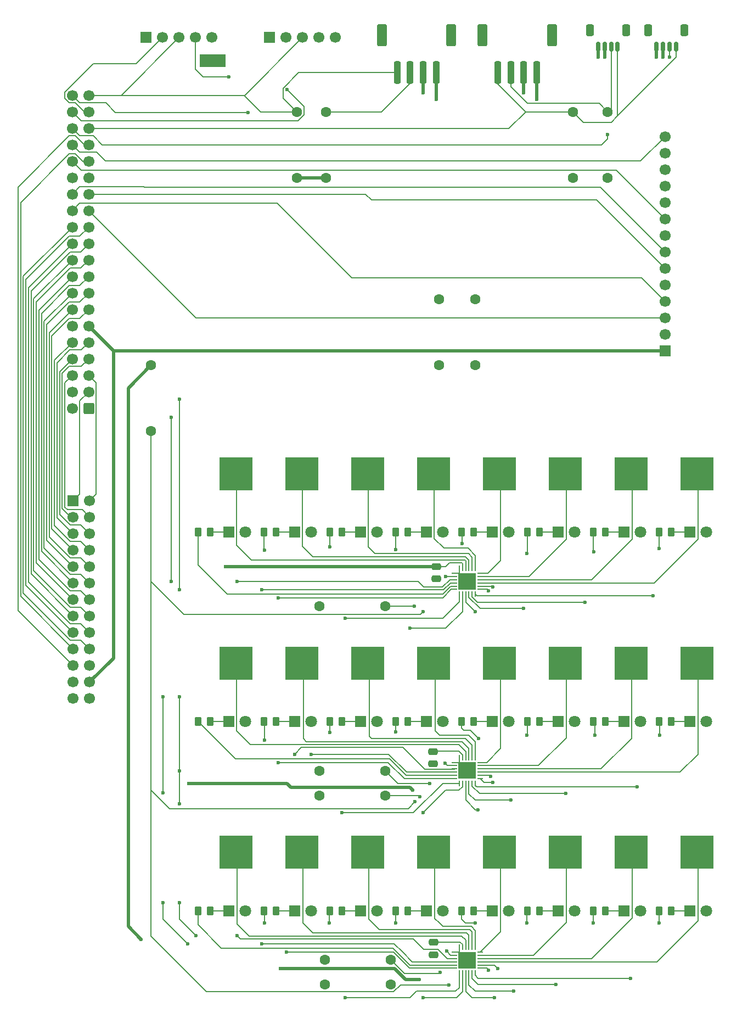
<source format=gbr>
%TF.GenerationSoftware,KiCad,Pcbnew,9.0.5*%
%TF.CreationDate,2025-12-13T23:57:35-06:00*%
%TF.ProjectId,Sensor_Board,53656e73-6f72-45f4-926f-6172642e6b69,rev?*%
%TF.SameCoordinates,Original*%
%TF.FileFunction,Copper,L1,Top*%
%TF.FilePolarity,Positive*%
%FSLAX46Y46*%
G04 Gerber Fmt 4.6, Leading zero omitted, Abs format (unit mm)*
G04 Created by KiCad (PCBNEW 9.0.5) date 2025-12-13 23:57:35*
%MOMM*%
%LPD*%
G01*
G04 APERTURE LIST*
G04 Aperture macros list*
%AMRoundRect*
0 Rectangle with rounded corners*
0 $1 Rounding radius*
0 $2 $3 $4 $5 $6 $7 $8 $9 X,Y pos of 4 corners*
0 Add a 4 corners polygon primitive as box body*
4,1,4,$2,$3,$4,$5,$6,$7,$8,$9,$2,$3,0*
0 Add four circle primitives for the rounded corners*
1,1,$1+$1,$2,$3*
1,1,$1+$1,$4,$5*
1,1,$1+$1,$6,$7*
1,1,$1+$1,$8,$9*
0 Add four rect primitives between the rounded corners*
20,1,$1+$1,$2,$3,$4,$5,0*
20,1,$1+$1,$4,$5,$6,$7,0*
20,1,$1+$1,$6,$7,$8,$9,0*
20,1,$1+$1,$8,$9,$2,$3,0*%
G04 Aperture macros list end*
%TA.AperFunction,ComponentPad*%
%ADD10R,1.800000X1.800000*%
%TD*%
%TA.AperFunction,ComponentPad*%
%ADD11C,1.800000*%
%TD*%
%TA.AperFunction,SMDPad,CuDef*%
%ADD12RoundRect,0.250000X-0.475000X0.250000X-0.475000X-0.250000X0.475000X-0.250000X0.475000X0.250000X0*%
%TD*%
%TA.AperFunction,SMDPad,CuDef*%
%ADD13R,5.080000X5.080000*%
%TD*%
%TA.AperFunction,ComponentPad*%
%ADD14R,1.700000X1.700000*%
%TD*%
%TA.AperFunction,ComponentPad*%
%ADD15C,1.700000*%
%TD*%
%TA.AperFunction,SMDPad,CuDef*%
%ADD16RoundRect,0.062500X-0.337500X-0.062500X0.337500X-0.062500X0.337500X0.062500X-0.337500X0.062500X0*%
%TD*%
%TA.AperFunction,SMDPad,CuDef*%
%ADD17RoundRect,0.062500X-0.062500X-0.337500X0.062500X-0.337500X0.062500X0.337500X-0.062500X0.337500X0*%
%TD*%
%TA.AperFunction,HeatsinkPad*%
%ADD18R,2.700000X2.600000*%
%TD*%
%TA.AperFunction,SMDPad,CuDef*%
%ADD19RoundRect,0.250000X0.262500X0.450000X-0.262500X0.450000X-0.262500X-0.450000X0.262500X-0.450000X0*%
%TD*%
%TA.AperFunction,SMDPad,CuDef*%
%ADD20RoundRect,0.250000X0.250000X1.500000X-0.250000X1.500000X-0.250000X-1.500000X0.250000X-1.500000X0*%
%TD*%
%TA.AperFunction,SMDPad,CuDef*%
%ADD21RoundRect,0.250001X0.499999X1.449999X-0.499999X1.449999X-0.499999X-1.449999X0.499999X-1.449999X0*%
%TD*%
%TA.AperFunction,ComponentPad*%
%ADD22C,1.600000*%
%TD*%
%TA.AperFunction,ComponentPad*%
%ADD23RoundRect,0.250000X0.600000X0.600000X-0.600000X0.600000X-0.600000X-0.600000X0.600000X-0.600000X0*%
%TD*%
%TA.AperFunction,SMDPad,CuDef*%
%ADD24RoundRect,0.150000X-0.150000X-0.625000X0.150000X-0.625000X0.150000X0.625000X-0.150000X0.625000X0*%
%TD*%
%TA.AperFunction,SMDPad,CuDef*%
%ADD25RoundRect,0.250000X-0.350000X-0.650000X0.350000X-0.650000X0.350000X0.650000X-0.350000X0.650000X0*%
%TD*%
%TA.AperFunction,ViaPad*%
%ADD26C,0.600000*%
%TD*%
%TA.AperFunction,Conductor*%
%ADD27C,0.200000*%
%TD*%
%TA.AperFunction,Conductor*%
%ADD28C,0.500000*%
%TD*%
G04 APERTURE END LIST*
D10*
%TO.P,D15,1,K*%
%TO.N,Net-(D15-K)*%
X124460000Y-135890000D03*
D11*
%TO.P,D15,2,A*%
%TO.N,+3.3V*%
X127000000Y-135890000D03*
%TD*%
D10*
%TO.P,D13,1,K*%
%TO.N,Net-(D13-K)*%
X104140000Y-135890000D03*
D11*
%TO.P,D13,2,A*%
%TO.N,+3.3V*%
X106680000Y-135890000D03*
%TD*%
D12*
%TO.P,C2,1*%
%TO.N,+3.3V*%
X95000000Y-140550000D03*
%TO.P,C2,2*%
%TO.N,GND*%
X95000000Y-142450000D03*
%TD*%
D13*
%TO.P,Cap_pad9,1,Cin*%
%TO.N,/3xCAP1188/CS2.1*%
X64596007Y-126919492D03*
%TD*%
D10*
%TO.P,D24,1,K*%
%TO.N,Net-(D24-K)*%
X134620000Y-165100000D03*
D11*
%TO.P,D24,2,A*%
%TO.N,+3.3V*%
X137160000Y-165100000D03*
%TD*%
D10*
%TO.P,D3,1,K*%
%TO.N,Net-(D3-K)*%
X83820000Y-106680000D03*
D11*
%TO.P,D3,2,A*%
%TO.N,+3.3V*%
X86360000Y-106680000D03*
%TD*%
D12*
%TO.P,C1,1*%
%TO.N,+3.3V*%
X95500000Y-112000000D03*
%TO.P,C1,2*%
%TO.N,GND*%
X95500000Y-113900000D03*
%TD*%
D14*
%TO.P,J1,1,Pin_1*%
%TO.N,GPIO2 (AB21) (V9)*%
X39500000Y-101880000D03*
D15*
%TO.P,J1,2,Pin_2*%
%TO.N,GPIO4 (AC21) (V8)*%
X42040000Y-101880000D03*
%TO.P,J1,3,Pin_3*%
%TO.N,GPIO6 (AD21) (V7)*%
X39500000Y-104420000D03*
%TO.P,J1,4,Pin_4*%
%TO.N,GPIO5 (Y16) (W8)*%
X42040000Y-104420000D03*
%TO.P,J1,5,Pin_5*%
%TO.N,GPIO8 (AD15) (W6)*%
X39500000Y-106960000D03*
%TO.P,J1,6,Pin_6*%
%TO.N,GPIO7 (AE16) (W7)*%
X42040000Y-106960000D03*
%TO.P,J1,7,Pin_7*%
%TO.N,GPIO10 (AC19) (W5)*%
X39500000Y-109500000D03*
%TO.P,J1,8,Pin_8*%
%TO.N,GPIO9 (AE15) (V5)*%
X42040000Y-109500000D03*
%TO.P,J1,9,Pin_9*%
%TO.N,GPIO12 (AD19) (AA14)*%
X39500000Y-112040000D03*
%TO.P,J1,10,Pin_10*%
%TO.N,GPIO11 (AF16) (AA15)*%
X42040000Y-112040000D03*
%TO.P,J1,11,Pin_11*%
%TO.N,GPIO14 (AF24) (W12)*%
X39500000Y-114580000D03*
%TO.P,J1,12,Pin_12*%
%TO.N,GPIO13 (AF15) (W13)*%
X42040000Y-114580000D03*
%TO.P,J1,13,Pin_13*%
%TO.N,GPIO16 (AF25) (AB12)*%
X39500000Y-117120000D03*
%TO.P,J1,14,Pin_14*%
%TO.N,GPIO15 (AE21) (AB13)*%
X42040000Y-117120000D03*
%TO.P,J1,15,Pin_15*%
%TO.N,GPIO18 (AE22) (AB11)*%
X39500000Y-119660000D03*
%TO.P,J1,16,Pin_16*%
%TO.N,GPIO17 (AC22) (Y11)*%
X42040000Y-119660000D03*
%TO.P,J1,17,Pin_17*%
%TO.N,GPIO20 (AF22) (AB10)*%
X39500000Y-122200000D03*
%TO.P,J1,18,Pin_18*%
%TO.N,GPIO19 (AF21) (W11)*%
X42040000Y-122200000D03*
%TO.P,J1,19,Pin_19*%
%TO.N,GPIO26 (AG22) (AA7)*%
X39500000Y-124740000D03*
%TO.P,J1,20,Pin_20*%
%TO.N,GPIO21 (AD22) (AA10)*%
X42040000Y-124740000D03*
%TO.P,J1,21,Pin_21*%
%TO.N,GPIO28 (AH22) (AA6)*%
X39500000Y-127280000D03*
%TO.P,J1,22,Pin_22*%
%TO.N,GND*%
X42040000Y-127280000D03*
%TO.P,J1,23,Pin_23*%
X39500000Y-129820000D03*
%TO.P,J1,24,Pin_24*%
%TO.N,+5V*%
X42040000Y-129820000D03*
%TO.P,J1,25,Pin_25*%
%TO.N,GND*%
X39500000Y-132360000D03*
%TO.P,J1,26,Pin_26*%
%TO.N,+3.3V*%
X42040000Y-132360000D03*
%TD*%
D10*
%TO.P,D8,1,K*%
%TO.N,Net-(D8-K)*%
X134620000Y-106680000D03*
D11*
%TO.P,D8,2,A*%
%TO.N,+3.3V*%
X137160000Y-106680000D03*
%TD*%
D16*
%TO.P,U1,1,~{SPI_CS}#*%
%TO.N,GND*%
X98331699Y-113040371D03*
%TO.P,U1,2,WAKE/SPI_MOSI*%
%TO.N,Net-(U1-WAKE{slash}SPI_MOSI)*%
X98331699Y-113540371D03*
%TO.P,U1,3,SMDATA/SPI_MSIO/SPI_MISO*%
%TO.N,GPIO1 (AC15) (W10)*%
X98331699Y-114040371D03*
%TO.P,U1,4,SMCLK/BC_CLK/SPI_CLK*%
%TO.N,GPIO0 (AB22) (V10)*%
X98331699Y-114540371D03*
%TO.P,U1,5,LED1*%
%TO.N,/3xCAP1188/LED1.1*%
X98331699Y-115040371D03*
%TO.P,U1,6,LED2*%
%TO.N,/3xCAP1188/LED1.2*%
X98331699Y-115540371D03*
D17*
%TO.P,U1,7,LED3*%
%TO.N,/3xCAP1188/LED1.3*%
X99056699Y-116265371D03*
%TO.P,U1,8,LED4*%
%TO.N,/3xCAP1188/LED1.4*%
X99556699Y-116265371D03*
%TO.P,U1,9,LED5*%
%TO.N,/3xCAP1188/LED1.5*%
X100056699Y-116265371D03*
%TO.P,U1,10,LED6*%
%TO.N,/3xCAP1188/LED1.6*%
X100556699Y-116265371D03*
%TO.P,U1,11,LED7*%
%TO.N,/3xCAP1188/LED1.7*%
X101056699Y-116265371D03*
%TO.P,U1,12,LED8*%
%TO.N,/3xCAP1188/LED1.8*%
X101556699Y-116265371D03*
D16*
%TO.P,U1,13,ALERT#*%
%TO.N,GPIO3 (Y17) (W9)*%
X102281699Y-115540371D03*
%TO.P,U1,14,ADDR_COMM*%
%TO.N,+3.3V*%
X102281699Y-115040371D03*
%TO.P,U1,15,CS8*%
%TO.N,/3xCAP1188/CS1.8*%
X102281699Y-114540371D03*
%TO.P,U1,16,CS7*%
%TO.N,/3xCAP1188/CS1.7*%
X102281699Y-114040371D03*
%TO.P,U1,17,CS6*%
%TO.N,/3xCAP1188/CS1.6*%
X102281699Y-113540371D03*
%TO.P,U1,18,CS5*%
%TO.N,/3xCAP1188/CS1.5*%
X102281699Y-113040371D03*
D17*
%TO.P,U1,19,CS4*%
%TO.N,/3xCAP1188/CS1.4*%
X101556699Y-112315371D03*
%TO.P,U1,20,CS3*%
%TO.N,/3xCAP1188/CS1.3*%
X101056699Y-112315371D03*
%TO.P,U1,21,CS2*%
%TO.N,/3xCAP1188/CS1.2*%
X100556699Y-112315371D03*
%TO.P,U1,22,CS1*%
%TO.N,/3xCAP1188/CS1.1*%
X100056699Y-112315371D03*
%TO.P,U1,23,VDD*%
%TO.N,+3.3V*%
X99556699Y-112315371D03*
%TO.P,U1,24,RESET*%
%TO.N,GND*%
X99056699Y-112315371D03*
D18*
%TO.P,U1,25,GND*%
X100306699Y-114290371D03*
%TD*%
D19*
%TO.P,R12,1*%
%TO.N,Net-(D18-K)*%
X70762500Y-165100000D03*
%TO.P,R12,2*%
%TO.N,/3xCAP1188/LED3.2*%
X68937500Y-165100000D03*
%TD*%
%TO.P,R23,1*%
%TO.N,Net-(D7-K)*%
X121562500Y-106680000D03*
%TO.P,R23,2*%
%TO.N,/3xCAP1188/LED1.7*%
X119737500Y-106680000D03*
%TD*%
%TO.P,R24,1*%
%TO.N,Net-(D6-K)*%
X111402500Y-106680000D03*
%TO.P,R24,2*%
%TO.N,/3xCAP1188/LED1.6*%
X109577500Y-106680000D03*
%TD*%
D10*
%TO.P,D11,1,K*%
%TO.N,Net-(D11-K)*%
X83820000Y-135890000D03*
D11*
%TO.P,D11,2,A*%
%TO.N,+3.3V*%
X86360000Y-135890000D03*
%TD*%
D19*
%TO.P,R7,1*%
%TO.N,Net-(D23-K)*%
X121562500Y-165100000D03*
%TO.P,R7,2*%
%TO.N,/3xCAP1188/LED3.7*%
X119737500Y-165100000D03*
%TD*%
D10*
%TO.P,D16,1,K*%
%TO.N,Net-(D16-K)*%
X134620000Y-135890000D03*
D11*
%TO.P,D16,2,A*%
%TO.N,+3.3V*%
X137160000Y-135890000D03*
%TD*%
D20*
%TO.P,STEMMA_2,1,GND*%
%TO.N,GND*%
X111000000Y-35850000D03*
%TO.P,STEMMA_2,2,VCC*%
%TO.N,+3.3V*%
X109000000Y-35850000D03*
%TO.P,STEMMA_2,3,SDA*%
%TO.N,GPIO31 (AG23) (Y4)*%
X107000000Y-35850000D03*
%TO.P,STEMMA_2,4,SCL*%
%TO.N,GPIO30 (AE20) (AA5)*%
X105000000Y-35850000D03*
D21*
%TO.P,STEMMA_2,MP*%
%TO.N,N/C*%
X113350000Y-30100000D03*
X102650000Y-30100000D03*
%TD*%
D13*
%TO.P,Cap_pad20,1,Cin*%
%TO.N,/3xCAP1188/CS3.4*%
X95076007Y-156095790D03*
%TD*%
D14*
%TO.P,BREAKOUT_GARDEN_1,1,GND*%
%TO.N,GND*%
X50746260Y-30432550D03*
D15*
%TO.P,BREAKOUT_GARDEN_1,2,INT*%
%TO.N,GPIO32 (AF20) (AB3)*%
X53286260Y-30432550D03*
%TO.P,BREAKOUT_GARDEN_1,3,SCL*%
%TO.N,GPIO34 (AH23) (AB2)*%
X55826260Y-30432550D03*
%TO.P,BREAKOUT_GARDEN_1,4,SDA*%
%TO.N,GPIO35 (AG26) (AA2)*%
X58366260Y-30432550D03*
%TO.P,BREAKOUT_GARDEN_1,5,VCC*%
%TO.N,+3.3V*%
X60906260Y-30432550D03*
%TD*%
D22*
%TO.P,R33,1*%
%TO.N,Net-(U3-ADDR_COMM)*%
X88502840Y-176485623D03*
%TO.P,R33,2*%
%TO.N,GND*%
X78342840Y-176485623D03*
%TD*%
D23*
%TO.P,J2,1,Pin_1*%
%TO.N,GPIO0 (AB22) (V10)*%
X41910000Y-87630000D03*
D15*
%TO.P,J2,2,Pin_2*%
%TO.N,GPIO1 (AC15) (W10)*%
X39370000Y-87630000D03*
%TO.P,J2,3,Pin_3*%
%TO.N,GPIO2 (AB21) (V9)*%
X41910000Y-85090000D03*
%TO.P,J2,4,Pin_4*%
%TO.N,GPIO3 (Y17) (W9)*%
X39370000Y-85090000D03*
%TO.P,J2,5,Pin_5*%
%TO.N,GPIO4 (AC21) (V8)*%
X41910000Y-82550000D03*
%TO.P,J2,6,Pin_6*%
%TO.N,GPIO5 (Y16) (W8)*%
X39370000Y-82550000D03*
%TO.P,J2,7,Pin_7*%
%TO.N,GPIO6 (AD21) (V7)*%
X41910000Y-80010000D03*
%TO.P,J2,8,Pin_8*%
%TO.N,GPIO7 (AE16) (W7)*%
X39370000Y-80010000D03*
%TO.P,J2,9,Pin_9*%
%TO.N,GPIO8 (AD15) (W6)*%
X41910000Y-77470000D03*
%TO.P,J2,10,Pin_10*%
%TO.N,GPIO9 (AE15) (V5)*%
X39370000Y-77470000D03*
%TO.P,J2,11,Pin_11*%
%TO.N,+5V*%
X41910000Y-74930000D03*
%TO.P,J2,12,Pin_12*%
%TO.N,GND*%
X39370000Y-74930000D03*
%TO.P,J2,13,Pin_13*%
%TO.N,GPIO10 (AC19) (W5)*%
X41910000Y-72390000D03*
%TO.P,J2,14,Pin_14*%
%TO.N,GPIO11 (AF16) (AA15)*%
X39370000Y-72390000D03*
%TO.P,J2,15,Pin_15*%
%TO.N,GPIO12 (AD19) (AA14)*%
X41910000Y-69850000D03*
%TO.P,J2,16,Pin_16*%
%TO.N,GPIO13 (AF15) (W13)*%
X39370000Y-69850000D03*
%TO.P,J2,17,Pin_17*%
%TO.N,GPIO14 (AF24) (W12)*%
X41910000Y-67310000D03*
%TO.P,J2,18,Pin_18*%
%TO.N,GPIO15 (AE21) (AB13)*%
X39370000Y-67310000D03*
%TO.P,J2,19,Pin_19*%
%TO.N,GPIO16 (AF25) (AB12)*%
X41910000Y-64770000D03*
%TO.P,J2,20,Pin_20*%
%TO.N,GPIO17 (AC22) (Y11)*%
X39370000Y-64770000D03*
%TO.P,J2,21,Pin_21*%
%TO.N,GPIO18 (AE22) (AB11)*%
X41910000Y-62230000D03*
%TO.P,J2,22,Pin_22*%
%TO.N,GPIO19 (AF21) (W11)*%
X39370000Y-62230000D03*
%TO.P,J2,23,Pin_23*%
%TO.N,GPIO20 (AF22) (AB10)*%
X41910000Y-59690000D03*
%TO.P,J2,24,Pin_24*%
%TO.N,GPIO21 (AD22) (AA10)*%
X39370000Y-59690000D03*
%TO.P,J2,25,Pin_25*%
%TO.N,GPIO22 (AG25) (AA9)*%
X41910000Y-57150000D03*
%TO.P,J2,26,Pin_26*%
%TO.N,GPIO23 (AD25) (Y8)*%
X39370000Y-57150000D03*
%TO.P,J2,27,Pin_27*%
%TO.N,GPIO24 (AH25) (AA8)*%
X41910000Y-54610000D03*
%TO.P,J2,28,Pin_28*%
%TO.N,GPIO25 (AE25) (Y7)*%
X39370000Y-54610000D03*
%TO.P,J2,29,Pin_29*%
%TO.N,+3.3V*%
X41910000Y-52070000D03*
%TO.P,J2,30,Pin_30*%
%TO.N,GND*%
X39370000Y-52070000D03*
%TO.P,J2,31,Pin_31*%
%TO.N,GPIO26 (AG22) (AA7)*%
X41910000Y-49530000D03*
%TO.P,J2,32,Pin_32*%
%TO.N,GPIO27 (AE24) (Y6)*%
X39370000Y-49530000D03*
%TO.P,J2,33,Pin_33*%
%TO.N,GPIO28 (AH22) (AA6)*%
X41910000Y-46990000D03*
%TO.P,J2,34,Pin_34*%
%TO.N,GPIO29 (AF26) (Y5)*%
X39370000Y-46990000D03*
%TO.P,J2,35,Pin_35*%
%TO.N,GPIO30 (AE20) (AA5)*%
X41910000Y-44450000D03*
%TO.P,J2,36,Pin_36*%
%TO.N,GPIO31 (AG23) (Y4)*%
X39370000Y-44450000D03*
%TO.P,J2,37,Pin_37*%
%TO.N,GPIO32 (AF20) (AB3)*%
X41910000Y-41910000D03*
%TO.P,J2,38,Pin_38*%
%TO.N,GPIO33 (AH26) (Y3)*%
X39370000Y-41910000D03*
%TO.P,J2,39,Pin_39*%
%TO.N,GPIO34 (AH23) (AB2)*%
X41910000Y-39370000D03*
%TO.P,J2,40,Pin_40*%
%TO.N,GPIO35 (AG26) (AA2)*%
X39370000Y-39370000D03*
%TD*%
D13*
%TO.P,Cap_pad4,1,Cin*%
%TO.N,/3xCAP1188/CS1.4*%
X95143410Y-97719121D03*
%TD*%
D10*
%TO.P,D4,1,K*%
%TO.N,Net-(D4-K)*%
X93980000Y-106680000D03*
D11*
%TO.P,D4,2,A*%
%TO.N,+3.3V*%
X96520000Y-106680000D03*
%TD*%
D13*
%TO.P,Cap_pad5,1,Cin*%
%TO.N,/3xCAP1188/CS1.5*%
X105303410Y-97719121D03*
%TD*%
D20*
%TO.P,STEMMA_1,1,GND*%
%TO.N,GND*%
X95500000Y-35850000D03*
%TO.P,STEMMA_1,2,VCC*%
%TO.N,+3.3V*%
X93500000Y-35850000D03*
%TO.P,STEMMA_1,3,SDA*%
%TO.N,GPIO35 (AG26) (AA2)*%
X91500000Y-35850000D03*
%TO.P,STEMMA_1,4,SCL*%
%TO.N,GPIO34 (AH23) (AB2)*%
X89500000Y-35850000D03*
D21*
%TO.P,STEMMA_1,MP*%
%TO.N,N/C*%
X97850000Y-30100000D03*
X87150000Y-30100000D03*
%TD*%
D19*
%TO.P,R11,1*%
%TO.N,Net-(D19-K)*%
X80922500Y-165100000D03*
%TO.P,R11,2*%
%TO.N,/3xCAP1188/LED3.3*%
X79097500Y-165100000D03*
%TD*%
D22*
%TO.P,R34,1*%
%TO.N,Net-(U1-WAKE{slash}SPI_MOSI)*%
X87630000Y-118110000D03*
%TO.P,R34,2*%
%TO.N,GND*%
X77470000Y-118110000D03*
%TD*%
D19*
%TO.P,R9,1*%
%TO.N,Net-(D21-K)*%
X101242500Y-165100000D03*
%TO.P,R9,2*%
%TO.N,/3xCAP1188/LED3.5*%
X99417500Y-165100000D03*
%TD*%
D10*
%TO.P,D19,1,K*%
%TO.N,Net-(D19-K)*%
X83820000Y-165100000D03*
D11*
%TO.P,D19,2,A*%
%TO.N,+3.3V*%
X86360000Y-165100000D03*
%TD*%
D13*
%TO.P,Cap_pad23,1,Cin*%
%TO.N,/3xCAP1188/CS3.7*%
X125556007Y-156095790D03*
%TD*%
D10*
%TO.P,D14,1,K*%
%TO.N,Net-(D14-K)*%
X114300000Y-135890000D03*
D11*
%TO.P,D14,2,A*%
%TO.N,+3.3V*%
X116840000Y-135890000D03*
%TD*%
D10*
%TO.P,D18,1,K*%
%TO.N,Net-(D18-K)*%
X73660000Y-165100000D03*
D11*
%TO.P,D18,2,A*%
%TO.N,+3.3V*%
X76200000Y-165100000D03*
%TD*%
D19*
%TO.P,R27,1*%
%TO.N,Net-(D3-K)*%
X80922500Y-106680000D03*
%TO.P,R27,2*%
%TO.N,/3xCAP1188/LED1.3*%
X79097500Y-106680000D03*
%TD*%
%TO.P,R26,1*%
%TO.N,Net-(D4-K)*%
X91082500Y-106680000D03*
%TO.P,R26,2*%
%TO.N,/3xCAP1188/LED1.4*%
X89257500Y-106680000D03*
%TD*%
D22*
%TO.P,R5,1*%
%TO.N,+3.3V*%
X116605064Y-52050725D03*
%TO.P,R5,2*%
%TO.N,GPIO30 (AE20) (AA5)*%
X116605064Y-41890725D03*
%TD*%
D24*
%TO.P,Qwiic_2,1,GND*%
%TO.N,GND*%
X129500000Y-31825000D03*
%TO.P,Qwiic_2,2,VCC*%
%TO.N,+3.3V*%
X130500000Y-31825000D03*
%TO.P,Qwiic_2,3,SDA*%
%TO.N,GPIO31 (AG23) (Y4)*%
X131500000Y-31825000D03*
%TO.P,Qwiic_2,4,SCL*%
%TO.N,GPIO30 (AE20) (AA5)*%
X132500000Y-31825000D03*
D25*
%TO.P,Qwiic_2,MP*%
%TO.N,N/C*%
X128200000Y-29300000D03*
X133800000Y-29300000D03*
%TD*%
D22*
%TO.P,R6,1*%
%TO.N,+3.3V*%
X121920000Y-52050725D03*
%TO.P,R6,2*%
%TO.N,GPIO31 (AG23) (Y4)*%
X121920000Y-41890725D03*
%TD*%
%TO.P,R32,1*%
%TO.N,Net-(U2-ADDR_COMM)*%
X87630000Y-147320000D03*
%TO.P,R32,2*%
%TO.N,GND*%
X77470000Y-147320000D03*
%TD*%
%TO.P,R2,1*%
%TO.N,+3.3V*%
X95985669Y-70825935D03*
%TO.P,R2,2*%
%TO.N,GPIO1 (AC15) (W10)*%
X95985669Y-80985935D03*
%TD*%
D10*
%TO.P,D6,1,K*%
%TO.N,Net-(D6-K)*%
X114300000Y-106680000D03*
D11*
%TO.P,D6,2,A*%
%TO.N,+3.3V*%
X116840000Y-106680000D03*
%TD*%
D13*
%TO.P,Cap_pad6,1,Cin*%
%TO.N,/3xCAP1188/CS1.6*%
X115463410Y-97719121D03*
%TD*%
D22*
%TO.P,R31,1*%
%TO.N,+3.3V*%
X51500000Y-81000000D03*
%TO.P,R31,2*%
%TO.N,GPIO3 (Y17) (W9)*%
X51500000Y-91160000D03*
%TD*%
D19*
%TO.P,R20,1*%
%TO.N,Net-(D10-K)*%
X70762500Y-135890000D03*
%TO.P,R20,2*%
%TO.N,/3xCAP1188/LED2.2*%
X68937500Y-135890000D03*
%TD*%
D10*
%TO.P,D7,1,K*%
%TO.N,Net-(D7-K)*%
X124460000Y-106680000D03*
D11*
%TO.P,D7,2,A*%
%TO.N,+3.3V*%
X127000000Y-106680000D03*
%TD*%
D10*
%TO.P,D21,1,K*%
%TO.N,Net-(D21-K)*%
X104140000Y-165100000D03*
D11*
%TO.P,D21,2,A*%
%TO.N,+3.3V*%
X106680000Y-165100000D03*
%TD*%
D22*
%TO.P,R4,1*%
%TO.N,+3.3V*%
X78500000Y-52080000D03*
%TO.P,R4,2*%
%TO.N,GPIO35 (AG26) (AA2)*%
X78500000Y-41920000D03*
%TD*%
%TO.P,R35,1*%
%TO.N,Net-(U2-WAKE{slash}SPI_MOSI)*%
X87630000Y-143510000D03*
%TO.P,R35,2*%
%TO.N,GND*%
X77470000Y-143510000D03*
%TD*%
D19*
%TO.P,R30,1*%
%TO.N,Net-(D24-K)*%
X131722500Y-165100000D03*
%TO.P,R30,2*%
%TO.N,/3xCAP1188/LED3.8*%
X129897500Y-165100000D03*
%TD*%
D22*
%TO.P,R3,1*%
%TO.N,+3.3V*%
X74000000Y-52080000D03*
%TO.P,R3,2*%
%TO.N,GPIO34 (AH23) (AB2)*%
X74000000Y-41920000D03*
%TD*%
%TO.P,R36,1*%
%TO.N,Net-(U3-WAKE{slash}SPI_MOSI)*%
X88502840Y-172675623D03*
%TO.P,R36,2*%
%TO.N,GND*%
X78342840Y-172675623D03*
%TD*%
D10*
%TO.P,D17,1,K*%
%TO.N,Net-(D17-K)*%
X63500000Y-165100000D03*
D11*
%TO.P,D17,2,A*%
%TO.N,+3.3V*%
X66040000Y-165100000D03*
%TD*%
D19*
%TO.P,R28,1*%
%TO.N,Net-(D2-K)*%
X70762500Y-106680000D03*
%TO.P,R28,2*%
%TO.N,/3xCAP1188/LED1.2*%
X68937500Y-106680000D03*
%TD*%
D13*
%TO.P,Cap_pad21,1,Cin*%
%TO.N,/3xCAP1188/CS3.5*%
X105236007Y-156095790D03*
%TD*%
%TO.P,Cap_pad18,1,Cin*%
%TO.N,/3xCAP1188/CS3.2*%
X74756007Y-156095790D03*
%TD*%
D22*
%TO.P,R1,1*%
%TO.N,+3.3V*%
X101500000Y-70840000D03*
%TO.P,R1,2*%
%TO.N,GPIO0 (AB22) (V10)*%
X101500000Y-81000000D03*
%TD*%
D13*
%TO.P,Cap_pad12,1,Cin*%
%TO.N,/3xCAP1188/CS2.4*%
X95076007Y-126919492D03*
%TD*%
D10*
%TO.P,D5,1,K*%
%TO.N,Net-(D5-K)*%
X104140000Y-106680000D03*
D11*
%TO.P,D5,2,A*%
%TO.N,+3.3V*%
X106680000Y-106680000D03*
%TD*%
D19*
%TO.P,R16,1*%
%TO.N,Net-(D14-K)*%
X111402500Y-135890000D03*
%TO.P,R16,2*%
%TO.N,/3xCAP1188/LED2.6*%
X109577500Y-135890000D03*
%TD*%
D14*
%TO.P,U4,1,VCC*%
%TO.N,+5V*%
X130810000Y-78740000D03*
D15*
%TO.P,U4,2,GND*%
%TO.N,GND*%
X130810000Y-76200000D03*
%TO.P,U4,3,LCD_CS*%
%TO.N,GPIO22 (AG25) (AA9)*%
X130810000Y-73660000D03*
%TO.P,U4,4,LCD_RST*%
%TO.N,GPIO23 (AD25) (Y8)*%
X130810000Y-71120000D03*
%TO.P,U4,5,LCD_DC*%
%TO.N,/LCD 240X320/LCD_RS*%
X130810000Y-68580000D03*
%TO.P,U4,6,SPI_MOSI*%
%TO.N,GPIO24 (AH25) (AA8)*%
X130810000Y-66040000D03*
%TO.P,U4,7,SPI_SCK*%
%TO.N,GPIO25 (AE25) (Y7)*%
X130810000Y-63500000D03*
%TO.P,U4,8,LED*%
%TO.N,unconnected-(U4-LED-Pad8)*%
X130810000Y-60960000D03*
%TO.P,U4,9,MISO*%
%TO.N,GPIO27 (AE24) (Y6)*%
X130810000Y-58420000D03*
%TO.P,U4,10,SCL*%
%TO.N,GPIO0 (AB22) (V10)*%
X130810000Y-55880000D03*
%TO.P,U4,11,CTP_RST*%
%TO.N,unconnected-(U4-CTP_RST-Pad11)*%
X130810000Y-53340000D03*
%TO.P,U4,12,SDA*%
%TO.N,GPIO1 (AC15) (W10)*%
X130810000Y-50800000D03*
%TO.P,U4,13,CTP_INT*%
%TO.N,/LCD 240X320/CTP_INT*%
X130810000Y-48260000D03*
%TO.P,U4,14,SD_CS*%
%TO.N,GPIO29 (AF26) (Y5)*%
X130810000Y-45720000D03*
%TD*%
D10*
%TO.P,D23,1,K*%
%TO.N,Net-(D23-K)*%
X124460000Y-165100000D03*
D11*
%TO.P,D23,2,A*%
%TO.N,+3.3V*%
X127000000Y-165100000D03*
%TD*%
D13*
%TO.P,Cap_pad13,1,Cin*%
%TO.N,/3xCAP1188/CS2.5*%
X105236007Y-126919492D03*
%TD*%
D12*
%TO.P,C3,1*%
%TO.N,+3.3V*%
X95080161Y-169968744D03*
%TO.P,C3,2*%
%TO.N,GND*%
X95080161Y-171868744D03*
%TD*%
D16*
%TO.P,U2,1,~{SPI_CS}#*%
%TO.N,GND*%
X98331699Y-142223983D03*
%TO.P,U2,2,WAKE/SPI_MOSI*%
%TO.N,Net-(U2-WAKE{slash}SPI_MOSI)*%
X98331699Y-142723983D03*
%TO.P,U2,3,SMDATA/SPI_MSIO/SPI_MISO*%
%TO.N,GPIO1 (AC15) (W10)*%
X98331699Y-143223983D03*
%TO.P,U2,4,SMCLK/BC_CLK/SPI_CLK*%
%TO.N,GPIO0 (AB22) (V10)*%
X98331699Y-143723983D03*
%TO.P,U2,5,LED1*%
%TO.N,/3xCAP1188/LED2.1*%
X98331699Y-144223983D03*
%TO.P,U2,6,LED2*%
%TO.N,/3xCAP1188/LED2.2*%
X98331699Y-144723983D03*
D17*
%TO.P,U2,7,LED3*%
%TO.N,/3xCAP1188/LED2.3*%
X99056699Y-145448983D03*
%TO.P,U2,8,LED4*%
%TO.N,/3xCAP1188/LED2.4*%
X99556699Y-145448983D03*
%TO.P,U2,9,LED5*%
%TO.N,/3xCAP1188/LED2.5*%
X100056699Y-145448983D03*
%TO.P,U2,10,LED6*%
%TO.N,/3xCAP1188/LED2.6*%
X100556699Y-145448983D03*
%TO.P,U2,11,LED7*%
%TO.N,/3xCAP1188/LED2.7*%
X101056699Y-145448983D03*
%TO.P,U2,12,LED8*%
%TO.N,/3xCAP1188/LED2.8*%
X101556699Y-145448983D03*
D16*
%TO.P,U2,13,ALERT#*%
%TO.N,GPIO3 (Y17) (W9)*%
X102281699Y-144723983D03*
%TO.P,U2,14,ADDR_COMM*%
%TO.N,Net-(U2-ADDR_COMM)*%
X102281699Y-144223983D03*
%TO.P,U2,15,CS8*%
%TO.N,/3xCAP1188/CS2.8*%
X102281699Y-143723983D03*
%TO.P,U2,16,CS7*%
%TO.N,/3xCAP1188/CS2.7*%
X102281699Y-143223983D03*
%TO.P,U2,17,CS6*%
%TO.N,/3xCAP1188/CS2.6*%
X102281699Y-142723983D03*
%TO.P,U2,18,CS5*%
%TO.N,/3xCAP1188/CS2.5*%
X102281699Y-142223983D03*
D17*
%TO.P,U2,19,CS4*%
%TO.N,/3xCAP1188/CS2.4*%
X101556699Y-141498983D03*
%TO.P,U2,20,CS3*%
%TO.N,/3xCAP1188/CS2.3*%
X101056699Y-141498983D03*
%TO.P,U2,21,CS2*%
%TO.N,/3xCAP1188/CS2.2*%
X100556699Y-141498983D03*
%TO.P,U2,22,CS1*%
%TO.N,/3xCAP1188/CS2.1*%
X100056699Y-141498983D03*
%TO.P,U2,23,VDD*%
%TO.N,+3.3V*%
X99556699Y-141498983D03*
%TO.P,U2,24,RESET*%
%TO.N,GND*%
X99056699Y-141498983D03*
D18*
%TO.P,U2,25,GND*%
X100306699Y-143473983D03*
%TD*%
D10*
%TO.P,D10,1,K*%
%TO.N,Net-(D10-K)*%
X73660000Y-135890000D03*
D11*
%TO.P,D10,2,A*%
%TO.N,+3.3V*%
X76200000Y-135890000D03*
%TD*%
D13*
%TO.P,Cap_pad15,1,Cin*%
%TO.N,/3xCAP1188/CS2.7*%
X125556007Y-126919492D03*
%TD*%
D19*
%TO.P,R10,1*%
%TO.N,Net-(D20-K)*%
X91082500Y-165100000D03*
%TO.P,R10,2*%
%TO.N,/3xCAP1188/LED3.4*%
X89257500Y-165100000D03*
%TD*%
D13*
%TO.P,Cap_pad8,1,Cin*%
%TO.N,/3xCAP1188/CS1.8*%
X135783410Y-97719121D03*
%TD*%
D10*
%TO.P,D9,1,K*%
%TO.N,Net-(D9-K)*%
X63500000Y-135890000D03*
D11*
%TO.P,D9,2,A*%
%TO.N,+3.3V*%
X66040000Y-135890000D03*
%TD*%
D19*
%TO.P,R19,1*%
%TO.N,Net-(D11-K)*%
X80922500Y-135890000D03*
%TO.P,R19,2*%
%TO.N,/3xCAP1188/LED2.3*%
X79097500Y-135890000D03*
%TD*%
D13*
%TO.P,Cap_pad2,1,Cin*%
%TO.N,/3xCAP1188/CS1.2*%
X74823410Y-97719121D03*
%TD*%
D14*
%TO.P,BREAKOUT_GARDEN_2,1,GND*%
%TO.N,GND*%
X69796260Y-30432550D03*
D15*
%TO.P,BREAKOUT_GARDEN_2,2,INT*%
%TO.N,GPIO33 (AH26) (Y3)*%
X72336260Y-30432550D03*
%TO.P,BREAKOUT_GARDEN_2,3,SCL*%
%TO.N,GPIO34 (AH23) (AB2)*%
X74876260Y-30432550D03*
%TO.P,BREAKOUT_GARDEN_2,4,SDA*%
%TO.N,GPIO35 (AG26) (AA2)*%
X77416260Y-30432550D03*
%TO.P,BREAKOUT_GARDEN_2,5,VCC*%
%TO.N,+3.3V*%
X79956260Y-30432550D03*
%TD*%
D10*
%TO.P,D22,1,K*%
%TO.N,Net-(D22-K)*%
X114300000Y-165100000D03*
D11*
%TO.P,D22,2,A*%
%TO.N,+3.3V*%
X116840000Y-165100000D03*
%TD*%
D13*
%TO.P,Cap_pad24,1,Cin*%
%TO.N,/3xCAP1188/CS3.8*%
X135716007Y-156095790D03*
%TD*%
%TO.P,Cap_pad11,1,Cin*%
%TO.N,/3xCAP1188/CS2.3*%
X84916007Y-126919492D03*
%TD*%
%TO.P,Cap_pad16,1,Cin*%
%TO.N,/3xCAP1188/CS2.8*%
X135716007Y-126919492D03*
%TD*%
D19*
%TO.P,R8,1*%
%TO.N,Net-(D22-K)*%
X111402500Y-165100000D03*
%TO.P,R8,2*%
%TO.N,/3xCAP1188/LED3.6*%
X109577500Y-165100000D03*
%TD*%
D13*
%TO.P,Cap_pad7,1,Cin*%
%TO.N,/3xCAP1188/CS1.7*%
X125623410Y-97719121D03*
%TD*%
D10*
%TO.P,D1,1,K*%
%TO.N,Net-(D1-K)*%
X63500000Y-106680000D03*
D11*
%TO.P,D1,2,A*%
%TO.N,+3.3V*%
X66040000Y-106680000D03*
%TD*%
D13*
%TO.P,Cap_pad1,1,Cin*%
%TO.N,/3xCAP1188/CS1.1*%
X64663410Y-97719121D03*
%TD*%
D19*
%TO.P,R14,1*%
%TO.N,Net-(D16-K)*%
X131722500Y-135890000D03*
%TO.P,R14,2*%
%TO.N,/3xCAP1188/LED2.8*%
X129897500Y-135890000D03*
%TD*%
D13*
%TO.P,Cap_pad19,1,Cin*%
%TO.N,/3xCAP1188/CS3.3*%
X84916007Y-156095790D03*
%TD*%
D24*
%TO.P,Qwiic_1,1,GND*%
%TO.N,GND*%
X120500000Y-31825000D03*
%TO.P,Qwiic_1,2,VCC*%
%TO.N,+3.3V*%
X121500000Y-31825000D03*
%TO.P,Qwiic_1,3,SDA*%
%TO.N,GPIO31 (AG23) (Y4)*%
X122500000Y-31825000D03*
%TO.P,Qwiic_1,4,SCL*%
%TO.N,GPIO30 (AE20) (AA5)*%
X123500000Y-31825000D03*
D25*
%TO.P,Qwiic_1,MP*%
%TO.N,N/C*%
X119200000Y-29300000D03*
X124800000Y-29300000D03*
%TD*%
D19*
%TO.P,R18,1*%
%TO.N,Net-(D12-K)*%
X91082500Y-135890000D03*
%TO.P,R18,2*%
%TO.N,/3xCAP1188/LED2.4*%
X89257500Y-135890000D03*
%TD*%
%TO.P,R13,1*%
%TO.N,Net-(D17-K)*%
X60602500Y-165100000D03*
%TO.P,R13,2*%
%TO.N,/3xCAP1188/LED3.1*%
X58777500Y-165100000D03*
%TD*%
%TO.P,R29,1*%
%TO.N,Net-(D1-K)*%
X60602500Y-106680000D03*
%TO.P,R29,2*%
%TO.N,/3xCAP1188/LED1.1*%
X58777500Y-106680000D03*
%TD*%
%TO.P,R15,1*%
%TO.N,Net-(D15-K)*%
X121562500Y-135890000D03*
%TO.P,R15,2*%
%TO.N,/3xCAP1188/LED2.7*%
X119737500Y-135890000D03*
%TD*%
D13*
%TO.P,Cap_pad3,1,Cin*%
%TO.N,/3xCAP1188/CS1.3*%
X84983410Y-97719121D03*
%TD*%
D10*
%TO.P,D20,1,K*%
%TO.N,Net-(D20-K)*%
X93980000Y-165100000D03*
D11*
%TO.P,D20,2,A*%
%TO.N,+3.3V*%
X96520000Y-165100000D03*
%TD*%
D13*
%TO.P,Cap_pad14,1,Cin*%
%TO.N,/3xCAP1188/CS2.6*%
X115396007Y-126919492D03*
%TD*%
%TO.P,Cap_pad10,1,Cin*%
%TO.N,/3xCAP1188/CS2.2*%
X74756007Y-126919492D03*
%TD*%
D10*
%TO.P,D12,1,K*%
%TO.N,Net-(D12-K)*%
X93980000Y-135890000D03*
D11*
%TO.P,D12,2,A*%
%TO.N,+3.3V*%
X96520000Y-135890000D03*
%TD*%
D19*
%TO.P,R25,1*%
%TO.N,Net-(D5-K)*%
X101242500Y-106680000D03*
%TO.P,R25,2*%
%TO.N,/3xCAP1188/LED1.5*%
X99417500Y-106680000D03*
%TD*%
%TO.P,R21,1*%
%TO.N,Net-(D9-K)*%
X60602500Y-135890000D03*
%TO.P,R21,2*%
%TO.N,/3xCAP1188/LED2.1*%
X58777500Y-135890000D03*
%TD*%
D10*
%TO.P,D2,1,K*%
%TO.N,Net-(D2-K)*%
X73660000Y-106680000D03*
D11*
%TO.P,D2,2,A*%
%TO.N,+3.3V*%
X76200000Y-106680000D03*
%TD*%
D19*
%TO.P,R22,1*%
%TO.N,Net-(D8-K)*%
X131722500Y-106680000D03*
%TO.P,R22,2*%
%TO.N,/3xCAP1188/LED1.8*%
X129897500Y-106680000D03*
%TD*%
%TO.P,R17,1*%
%TO.N,Net-(D13-K)*%
X101242500Y-135890000D03*
%TO.P,R17,2*%
%TO.N,/3xCAP1188/LED2.5*%
X99417500Y-135890000D03*
%TD*%
D16*
%TO.P,U3,1,~{SPI_CS}#*%
%TO.N,GND*%
X98331699Y-171463825D03*
%TO.P,U3,2,WAKE/SPI_MOSI*%
%TO.N,Net-(U3-WAKE{slash}SPI_MOSI)*%
X98331699Y-171963825D03*
%TO.P,U3,3,SMDATA/SPI_MSIO/SPI_MISO*%
%TO.N,GPIO1 (AC15) (W10)*%
X98331699Y-172463825D03*
%TO.P,U3,4,SMCLK/BC_CLK/SPI_CLK*%
%TO.N,GPIO0 (AB22) (V10)*%
X98331699Y-172963825D03*
%TO.P,U3,5,LED1*%
%TO.N,/3xCAP1188/LED3.1*%
X98331699Y-173463825D03*
%TO.P,U3,6,LED2*%
%TO.N,/3xCAP1188/LED3.2*%
X98331699Y-173963825D03*
D17*
%TO.P,U3,7,LED3*%
%TO.N,/3xCAP1188/LED3.3*%
X99056699Y-174688825D03*
%TO.P,U3,8,LED4*%
%TO.N,/3xCAP1188/LED3.4*%
X99556699Y-174688825D03*
%TO.P,U3,9,LED5*%
%TO.N,/3xCAP1188/LED3.5*%
X100056699Y-174688825D03*
%TO.P,U3,10,LED6*%
%TO.N,/3xCAP1188/LED3.6*%
X100556699Y-174688825D03*
%TO.P,U3,11,LED7*%
%TO.N,/3xCAP1188/LED3.7*%
X101056699Y-174688825D03*
%TO.P,U3,12,LED8*%
%TO.N,/3xCAP1188/LED3.8*%
X101556699Y-174688825D03*
D16*
%TO.P,U3,13,ALERT#*%
%TO.N,GPIO3 (Y17) (W9)*%
X102281699Y-173963825D03*
%TO.P,U3,14,ADDR_COMM*%
%TO.N,Net-(U3-ADDR_COMM)*%
X102281699Y-173463825D03*
%TO.P,U3,15,CS8*%
%TO.N,/3xCAP1188/CS3.8*%
X102281699Y-172963825D03*
%TO.P,U3,16,CS7*%
%TO.N,/3xCAP1188/CS3.7*%
X102281699Y-172463825D03*
%TO.P,U3,17,CS6*%
%TO.N,/3xCAP1188/CS3.6*%
X102281699Y-171963825D03*
%TO.P,U3,18,CS5*%
%TO.N,/3xCAP1188/CS3.5*%
X102281699Y-171463825D03*
D17*
%TO.P,U3,19,CS4*%
%TO.N,/3xCAP1188/CS3.4*%
X101556699Y-170738825D03*
%TO.P,U3,20,CS3*%
%TO.N,/3xCAP1188/CS3.3*%
X101056699Y-170738825D03*
%TO.P,U3,21,CS2*%
%TO.N,/3xCAP1188/CS3.2*%
X100556699Y-170738825D03*
%TO.P,U3,22,CS1*%
%TO.N,/3xCAP1188/CS3.1*%
X100056699Y-170738825D03*
%TO.P,U3,23,VDD*%
%TO.N,+3.3V*%
X99556699Y-170738825D03*
%TO.P,U3,24,RESET*%
%TO.N,GND*%
X99056699Y-170738825D03*
D18*
%TO.P,U3,25,GND*%
X100306699Y-172713825D03*
%TD*%
D13*
%TO.P,Cap_pad17,1,Cin*%
%TO.N,/3xCAP1188/CS3.1*%
X64596007Y-156095790D03*
%TD*%
%TO.P,Cap_pad22,1,Cin*%
%TO.N,/3xCAP1188/CS3.6*%
X115396007Y-156095790D03*
%TD*%
D26*
%TO.N,GPIO3 (Y17) (W9)*%
X103603049Y-174261304D03*
X97509059Y-176509059D03*
X92263827Y-148310482D03*
X103574527Y-115743295D03*
X104210418Y-145307756D03*
X93500000Y-119000000D03*
%TO.N,+3.3V*%
X91896680Y-146478310D03*
X93500000Y-39000000D03*
X109000000Y-39000000D03*
X92928625Y-175726734D03*
X121500000Y-33500000D03*
X104278393Y-115196763D03*
X63000000Y-112000000D03*
X50000000Y-169500000D03*
X48000000Y-140500000D03*
X71500000Y-174000000D03*
X48000000Y-107500000D03*
X130500000Y-33500000D03*
X95000000Y-140500000D03*
X95080161Y-169968744D03*
X57372292Y-145500000D03*
X48000000Y-134500000D03*
X48000000Y-105000000D03*
X95500000Y-112000000D03*
%TO.N,GND*%
X95080161Y-171868744D03*
X59500000Y-34500000D03*
X100306699Y-143473983D03*
X129500000Y-33500000D03*
X62500000Y-34500000D03*
X95500000Y-39000000D03*
X111000000Y-40000000D03*
X100306699Y-172713825D03*
X59500000Y-33500000D03*
X95000000Y-142450000D03*
X100306699Y-114290371D03*
X95500000Y-40000000D03*
X111000000Y-39000000D03*
X62500000Y-33500000D03*
X95500000Y-113900000D03*
X120500000Y-33500000D03*
%TO.N,GPIO35 (AG26) (AA2)*%
X66500000Y-42000000D03*
X63500000Y-36500000D03*
%TO.N,GPIO31 (AG23) (Y4)*%
X121920000Y-45420000D03*
X131500000Y-33500000D03*
%TO.N,GPIO1 (AC15) (W10)*%
X55880000Y-143510000D03*
X73660000Y-140970000D03*
X55880000Y-115570000D03*
X55880000Y-86241000D03*
X55880000Y-163830000D03*
X64770000Y-114300000D03*
X55880000Y-148590000D03*
X58420000Y-168910000D03*
X55880000Y-132080000D03*
X64770000Y-168910000D03*
%TO.N,GPIO0 (AB22) (V10)*%
X54610000Y-114300000D03*
X68580000Y-170180000D03*
X53340000Y-132080000D03*
X76200000Y-140970000D03*
X53340000Y-163830000D03*
X57150000Y-170180000D03*
X53340000Y-146951375D03*
X54610000Y-89000000D03*
X68580000Y-115570000D03*
%TO.N,GPIO33 (AH26) (Y3)*%
X72500000Y-38500000D03*
%TO.N,Net-(U3-ADDR_COMM)*%
X105000000Y-174000000D03*
%TO.N,Net-(U1-WAKE{slash}SPI_MOSI)*%
X92096909Y-118136639D03*
X97000000Y-113547278D03*
%TO.N,Net-(U2-WAKE{slash}SPI_MOSI)*%
X96860511Y-142328793D03*
X94500000Y-145500000D03*
%TO.N,Net-(U3-WAKE{slash}SPI_MOSI)*%
X97092221Y-171295504D03*
X96080642Y-174624211D03*
%TO.N,Net-(U2-ADDR_COMM)*%
X93000000Y-147500000D03*
X103900630Y-144400630D03*
%TO.N,/3xCAP1188/LED1.3*%
X81500000Y-120000000D03*
X79097500Y-109000000D03*
%TO.N,/3xCAP1188/LED1.4*%
X91500000Y-121500000D03*
X89258933Y-109400000D03*
%TO.N,/3xCAP1188/LED1.2*%
X71120000Y-116840000D03*
X69000000Y-109500000D03*
%TO.N,/3xCAP1188/LED1.7*%
X119781932Y-109733146D03*
X118500000Y-117500000D03*
%TO.N,/3xCAP1188/LED1.5*%
X101500000Y-119000000D03*
X99500000Y-108500000D03*
%TO.N,/3xCAP1188/LED1.6*%
X109500000Y-110000000D03*
X109000000Y-118500000D03*
%TO.N,/3xCAP1188/LED1.8*%
X129897500Y-109203500D03*
X129000000Y-116500000D03*
%TO.N,/3xCAP1188/LED2.5*%
X102073257Y-138512269D03*
X102000000Y-149500000D03*
%TO.N,/3xCAP1188/LED2.6*%
X107000000Y-148000000D03*
X109500000Y-138000000D03*
%TO.N,/3xCAP1188/LED2.4*%
X93500000Y-150000000D03*
X89257500Y-137500000D03*
%TO.N,/3xCAP1188/LED2.7*%
X115500000Y-147000000D03*
X120000000Y-138000000D03*
%TO.N,/3xCAP1188/LED2.2*%
X71120000Y-142240000D03*
X69000000Y-138818706D03*
%TO.N,/3xCAP1188/LED2.8*%
X126500000Y-146000000D03*
X130000000Y-138000000D03*
%TO.N,/3xCAP1188/LED2.3*%
X79097500Y-137597500D03*
X81000000Y-150000000D03*
%TO.N,/3xCAP1188/LED3.5*%
X104500000Y-178500000D03*
X101500000Y-167000000D03*
%TO.N,/3xCAP1188/LED3.6*%
X107500000Y-177500000D03*
X109500000Y-167000000D03*
%TO.N,/3xCAP1188/LED3.8*%
X129897500Y-167000000D03*
X125500000Y-175500000D03*
%TO.N,/3xCAP1188/LED3.7*%
X119737500Y-167000000D03*
X114000000Y-176500000D03*
%TO.N,/3xCAP1188/LED3.3*%
X79000000Y-167000000D03*
X81500000Y-178500000D03*
%TO.N,/3xCAP1188/LED3.2*%
X72390000Y-171450000D03*
X69000000Y-167000000D03*
%TO.N,/3xCAP1188/LED3.4*%
X93500000Y-178500000D03*
X89257500Y-167000000D03*
%TD*%
D27*
%TO.N,GPIO3 (Y17) (W9)*%
X93101000Y-119399000D02*
X56599000Y-119399000D01*
X54399000Y-149399000D02*
X91175309Y-149399000D01*
X60086623Y-177586623D02*
X51500000Y-169000000D01*
X91175309Y-149399000D02*
X92263827Y-148310482D01*
X51500000Y-114300000D02*
X51500000Y-109500000D01*
X102281699Y-115540371D02*
X103371603Y-115540371D01*
X103305570Y-173963825D02*
X103603049Y-174261304D01*
X102865472Y-145307756D02*
X104210418Y-145307756D01*
X102281699Y-144723983D02*
X102865472Y-145307756D01*
X51500000Y-105067100D02*
X51500000Y-109500000D01*
X51500000Y-169000000D02*
X51500000Y-146500000D01*
X103371603Y-115540371D02*
X103574527Y-115743295D01*
X56599000Y-119399000D02*
X51500000Y-114300000D01*
X93500000Y-119000000D02*
X93101000Y-119399000D01*
X97509059Y-176509059D02*
X90036454Y-176509059D01*
X51500000Y-146500000D02*
X51500000Y-114300000D01*
X102281699Y-173963825D02*
X103305570Y-173963825D01*
X51500000Y-146500000D02*
X54399000Y-149399000D01*
X51500000Y-91160000D02*
X51500000Y-105067100D01*
X88958890Y-177586623D02*
X60086623Y-177586623D01*
X90036454Y-176509059D02*
X88958890Y-177586623D01*
D28*
%TO.N,+3.3V*%
X90774719Y-175726734D02*
X92928625Y-175726734D01*
D27*
X95000000Y-140500000D02*
X98973514Y-140500000D01*
X104122001Y-115040371D02*
X104278393Y-115196763D01*
X99556699Y-141083185D02*
X99556699Y-141498983D01*
X97599000Y-111401000D02*
X97000000Y-112000000D01*
X99401000Y-111401000D02*
X97599000Y-111401000D01*
D28*
X48000000Y-107500000D02*
X48000000Y-140500000D01*
X121500000Y-33500000D02*
X121500000Y-31825000D01*
X74000000Y-52080000D02*
X78500000Y-52080000D01*
D27*
X99556699Y-170738825D02*
X99556699Y-170323027D01*
D28*
X63000000Y-112000000D02*
X95500000Y-112000000D01*
X109000000Y-39000000D02*
X109000000Y-35850000D01*
X72500000Y-145500000D02*
X57372292Y-145500000D01*
D27*
X99556699Y-170323027D02*
X99202416Y-169968744D01*
D28*
X71500000Y-174000000D02*
X89047985Y-174000000D01*
D27*
X99202416Y-169968744D02*
X95080161Y-169968744D01*
D28*
X48000000Y-140500000D02*
X48000000Y-167500000D01*
X91469370Y-146051000D02*
X91896680Y-146478310D01*
X73051000Y-146051000D02*
X91469370Y-146051000D01*
D27*
X98973514Y-140500000D02*
X99556699Y-141083185D01*
D28*
X130500000Y-33500000D02*
X130500000Y-31825000D01*
D27*
X97000000Y-112000000D02*
X95500000Y-112000000D01*
D28*
X48000000Y-84500000D02*
X48000000Y-107500000D01*
D27*
X99556699Y-112315371D02*
X99556699Y-111556699D01*
X102281699Y-115040371D02*
X104122001Y-115040371D01*
D28*
X93500000Y-39000000D02*
X93500000Y-35850000D01*
X89047985Y-174000000D02*
X90774719Y-175726734D01*
X51500000Y-81000000D02*
X48000000Y-84500000D01*
D27*
X99556699Y-111556699D02*
X99401000Y-111401000D01*
D28*
X48000000Y-167500000D02*
X50000000Y-169500000D01*
X72500000Y-145500000D02*
X73051000Y-146051000D01*
D27*
%TO.N,GPIO5 (Y16) (W8)*%
X38587000Y-103269000D02*
X38219000Y-102901000D01*
X38219000Y-102901000D02*
X38219000Y-83701000D01*
X42040000Y-104420000D02*
X40889000Y-103269000D01*
X38219000Y-83701000D02*
X39370000Y-82550000D01*
X40889000Y-103269000D02*
X38587000Y-103269000D01*
%TO.N,GPIO4 (AC21) (V8)*%
X43061000Y-100859000D02*
X43061000Y-83701000D01*
X43061000Y-83701000D02*
X41910000Y-82550000D01*
X42040000Y-101880000D02*
X43061000Y-100859000D01*
%TO.N,GND*%
X99006699Y-171463825D02*
X99206699Y-171663825D01*
D28*
X95500000Y-35850000D02*
X95500000Y-39000000D01*
D27*
X99056699Y-142273983D02*
X99206699Y-142423983D01*
X99056699Y-170738825D02*
X99056699Y-171513825D01*
X99056699Y-113090371D02*
X99206699Y-113240371D01*
X98331699Y-171463825D02*
X99006699Y-171463825D01*
X99056699Y-141498983D02*
X99056699Y-142273983D01*
X99056699Y-112315371D02*
X99056699Y-113090371D01*
X98331699Y-142223983D02*
X99006699Y-142223983D01*
D28*
X95500000Y-39000000D02*
X95500000Y-40000000D01*
D27*
X99006699Y-113040371D02*
X99206699Y-113240371D01*
D28*
X111000000Y-35850000D02*
X111000000Y-39000000D01*
D27*
X99056699Y-171513825D02*
X99206699Y-171663825D01*
D28*
X120500000Y-31825000D02*
X120500000Y-33500000D01*
X111000000Y-39000000D02*
X111000000Y-40000000D01*
X129500000Y-31825000D02*
X129500000Y-33500000D01*
D27*
X98331699Y-113040371D02*
X99006699Y-113040371D01*
X99006699Y-142223983D02*
X99206699Y-142423983D01*
%TO.N,GPIO34 (AH23) (AB2)*%
X74300057Y-35850000D02*
X89500000Y-35850000D01*
X71899000Y-38251057D02*
X74300057Y-35850000D01*
X65938810Y-39370000D02*
X74876260Y-30432550D01*
X68420000Y-41920000D02*
X74000000Y-41920000D01*
X74000000Y-41920000D02*
X71899000Y-39819000D01*
X71899000Y-39819000D02*
X71899000Y-38251057D01*
X65870000Y-39370000D02*
X68420000Y-41920000D01*
X46888810Y-39370000D02*
X65870000Y-39370000D01*
X41910000Y-39370000D02*
X46888810Y-39370000D01*
X65870000Y-39370000D02*
X65938810Y-39370000D01*
X46888810Y-39370000D02*
X55826260Y-30432550D01*
%TO.N,GPIO32 (AF20) (AB3)*%
X49218810Y-34500000D02*
X53286260Y-30432550D01*
X38219000Y-38893240D02*
X42612240Y-34500000D01*
X39846760Y-40521000D02*
X38893240Y-40521000D01*
X41910000Y-41910000D02*
X41235760Y-41910000D01*
X38219000Y-39846760D02*
X38219000Y-38893240D01*
X41235760Y-41910000D02*
X39846760Y-40521000D01*
X42612240Y-34500000D02*
X49218810Y-34500000D01*
X38893240Y-40521000D02*
X38219000Y-39846760D01*
%TO.N,GPIO24 (AH25) (AA8)*%
X120270000Y-55500000D02*
X130810000Y-66040000D01*
X41910000Y-54610000D02*
X84610000Y-54610000D01*
X84610000Y-54610000D02*
X85500000Y-55500000D01*
X85500000Y-55500000D02*
X120270000Y-55500000D01*
%TO.N,GPIO28 (AH22) (AA6)*%
X39500000Y-127280000D02*
X31001000Y-118781000D01*
X39846760Y-45601000D02*
X41235760Y-46990000D01*
X31001000Y-118781000D02*
X31001000Y-53493240D01*
X31001000Y-53493240D02*
X38893240Y-45601000D01*
X38893240Y-45601000D02*
X39846760Y-45601000D01*
X41235760Y-46990000D02*
X41910000Y-46990000D01*
%TO.N,GPIO9 (AE15) (V5)*%
X36615000Y-105702760D02*
X36615000Y-80225000D01*
X40651000Y-108111000D02*
X39023240Y-108111000D01*
X39023240Y-108111000D02*
X36615000Y-105702760D01*
X36615000Y-80225000D02*
X39370000Y-77470000D01*
X42040000Y-109500000D02*
X40651000Y-108111000D01*
%TO.N,GPIO16 (AF25) (AB12)*%
X40680000Y-66000000D02*
X41910000Y-64770000D01*
X33808000Y-71244240D02*
X39052240Y-66000000D01*
X39052240Y-66000000D02*
X40680000Y-66000000D01*
X33808000Y-111428000D02*
X33808000Y-71244240D01*
X39500000Y-117120000D02*
X33808000Y-111428000D01*
%TO.N,GPIO18 (AE22) (AB11)*%
X33006000Y-113166000D02*
X33006000Y-69506240D01*
X39500000Y-119660000D02*
X33006000Y-113166000D01*
X40640000Y-63500000D02*
X41910000Y-62230000D01*
X39012240Y-63500000D02*
X40640000Y-63500000D01*
X33006000Y-69506240D02*
X39012240Y-63500000D01*
D28*
%TO.N,+5V*%
X45720000Y-78740000D02*
X45720000Y-126140000D01*
X45720000Y-126140000D02*
X42040000Y-129820000D01*
X45720000Y-78740000D02*
X130810000Y-78740000D01*
X41910000Y-74930000D02*
X45490000Y-78510000D01*
X45490000Y-78510000D02*
X45720000Y-78740000D01*
D27*
%TO.N,GPIO35 (AG26) (AA2)*%
X46000000Y-42000000D02*
X66500000Y-42000000D01*
X63500000Y-36500000D02*
X59500000Y-36500000D01*
X39370000Y-39370000D02*
X40521000Y-40521000D01*
X44521000Y-40521000D02*
X46000000Y-42000000D01*
X58366260Y-35366260D02*
X58366260Y-30432550D01*
X91500000Y-37500000D02*
X91500000Y-35850000D01*
X78500000Y-41920000D02*
X87080000Y-41920000D01*
X40521000Y-40521000D02*
X44521000Y-40521000D01*
X59500000Y-36500000D02*
X58366260Y-35366260D01*
X87080000Y-41920000D02*
X91500000Y-37500000D01*
%TO.N,GPIO12 (AD19) (AA14)*%
X40521000Y-71239000D02*
X41910000Y-69850000D01*
X39500000Y-112040000D02*
X35412000Y-107952000D01*
X35412000Y-107952000D02*
X35412000Y-74720240D01*
X35412000Y-74720240D02*
X38893240Y-71239000D01*
X38893240Y-71239000D02*
X40521000Y-71239000D01*
%TO.N,GPIO7 (AE16) (W7)*%
X37417000Y-103964760D02*
X37417000Y-81963000D01*
X42040000Y-106960000D02*
X40651000Y-105571000D01*
X39023240Y-105571000D02*
X37417000Y-103964760D01*
X40651000Y-105571000D02*
X39023240Y-105571000D01*
X37417000Y-81963000D02*
X39370000Y-80010000D01*
%TO.N,GPIO23 (AD25) (Y8)*%
X82500000Y-67500000D02*
X127190000Y-67500000D01*
X127190000Y-67500000D02*
X130810000Y-71120000D01*
X40521000Y-55999000D02*
X70999000Y-55999000D01*
X70999000Y-55999000D02*
X82500000Y-67500000D01*
X39370000Y-57150000D02*
X40521000Y-55999000D01*
%TO.N,GPIO10 (AC19) (W5)*%
X36214000Y-76458240D02*
X38893240Y-73779000D01*
X36214000Y-106214000D02*
X36214000Y-76458240D01*
X39500000Y-109500000D02*
X36214000Y-106214000D01*
X40521000Y-73779000D02*
X41910000Y-72390000D01*
X38893240Y-73779000D02*
X40521000Y-73779000D01*
%TO.N,GPIO26 (AG22) (AA7)*%
X39846760Y-48379000D02*
X40997760Y-49530000D01*
X40997760Y-49530000D02*
X41910000Y-49530000D01*
X31402000Y-116642000D02*
X31402000Y-55870240D01*
X38893240Y-48379000D02*
X39846760Y-48379000D01*
X31402000Y-55870240D02*
X38893240Y-48379000D01*
X39500000Y-124740000D02*
X31402000Y-116642000D01*
%TO.N,GPIO20 (AF22) (AB10)*%
X39500000Y-122200000D02*
X32204000Y-114904000D01*
X40521000Y-61079000D02*
X41910000Y-59690000D01*
X32204000Y-114904000D02*
X32204000Y-67768240D01*
X32204000Y-67768240D02*
X38893240Y-61079000D01*
X38893240Y-61079000D02*
X40521000Y-61079000D01*
%TO.N,GPIO27 (AE24) (Y6)*%
X123309000Y-50919000D02*
X130810000Y-58420000D01*
X39370000Y-49530000D02*
X40759000Y-50919000D01*
X40759000Y-50919000D02*
X123309000Y-50919000D01*
%TO.N,GPIO31 (AG23) (Y4)*%
X121920000Y-45420000D02*
X121920000Y-46080000D01*
X40521000Y-45601000D02*
X42601000Y-45601000D01*
X122500000Y-41310725D02*
X122500000Y-31825000D01*
X121920000Y-41890725D02*
X122500000Y-41310725D01*
X109601000Y-40601000D02*
X107000000Y-38000000D01*
X107000000Y-38000000D02*
X107000000Y-35850000D01*
X121920000Y-46080000D02*
X121000000Y-47000000D01*
X121920000Y-41890725D02*
X120630275Y-40601000D01*
X44000000Y-47000000D02*
X121000000Y-47000000D01*
X120630275Y-40601000D02*
X109601000Y-40601000D01*
X42601000Y-45601000D02*
X44000000Y-47000000D01*
X131500000Y-33500000D02*
X131500000Y-31825000D01*
X39370000Y-44450000D02*
X40521000Y-45601000D01*
%TO.N,GPIO1 (AC15) (W10)*%
X55880000Y-114300000D02*
X55880000Y-115570000D01*
X92710000Y-114300000D02*
X64770000Y-114300000D01*
X55880000Y-110490000D02*
X55880000Y-114300000D01*
X96489700Y-115169000D02*
X93579000Y-115169000D01*
X91934746Y-169404746D02*
X93597744Y-171067744D01*
X55880000Y-166370000D02*
X58420000Y-168910000D01*
X55880000Y-86241000D02*
X55880000Y-110490000D01*
X95790321Y-171067744D02*
X97186402Y-172463825D01*
X98331699Y-143223983D02*
X98304682Y-143251000D01*
X93721000Y-143251000D02*
X91440000Y-140970000D01*
X98331699Y-114040371D02*
X97618329Y-114040371D01*
X64770000Y-168910000D02*
X65264746Y-169404746D01*
X90371000Y-139901000D02*
X77470000Y-139901000D01*
X98304682Y-143251000D02*
X93721000Y-143251000D01*
X65264746Y-169404746D02*
X91934746Y-169404746D01*
X97186402Y-172463825D02*
X98331699Y-172463825D01*
X97618329Y-114040371D02*
X96489700Y-115169000D01*
X55880000Y-132080000D02*
X55880000Y-148590000D01*
X93597744Y-171067744D02*
X95790321Y-171067744D01*
X74729000Y-139901000D02*
X73660000Y-140970000D01*
X77470000Y-139901000D02*
X74729000Y-139901000D01*
X91440000Y-140970000D02*
X90371000Y-139901000D01*
X55880000Y-163830000D02*
X55880000Y-166370000D01*
X93579000Y-115169000D02*
X92710000Y-114300000D01*
%TO.N,GPIO2 (AB21) (V9)*%
X40521000Y-100859000D02*
X40521000Y-86479000D01*
X39500000Y-101880000D02*
X40521000Y-100859000D01*
X40521000Y-86479000D02*
X41910000Y-85090000D01*
%TO.N,GPIO11 (AF16) (AA15)*%
X40651000Y-110651000D02*
X39023240Y-110651000D01*
X39023240Y-110651000D02*
X35813000Y-107440760D01*
X35813000Y-107440760D02*
X35813000Y-75947000D01*
X35813000Y-75947000D02*
X39370000Y-72390000D01*
X42040000Y-112040000D02*
X40651000Y-110651000D01*
%TO.N,GPIO25 (AE25) (Y7)*%
X40521000Y-53459000D02*
X50459000Y-53459000D01*
X50500000Y-53500000D02*
X120810000Y-53500000D01*
X39370000Y-54610000D02*
X40521000Y-53459000D01*
X120810000Y-53500000D02*
X130810000Y-63500000D01*
X50459000Y-53459000D02*
X50500000Y-53500000D01*
%TO.N,GPIO17 (AC22) (Y11)*%
X42040000Y-119660000D02*
X40651000Y-118271000D01*
X33407000Y-112654760D02*
X33407000Y-70733000D01*
X33407000Y-70733000D02*
X39370000Y-64770000D01*
X39023240Y-118271000D02*
X33407000Y-112654760D01*
X40651000Y-118271000D02*
X39023240Y-118271000D01*
%TO.N,GPIO30 (AE20) (AA5)*%
X106731450Y-44450000D02*
X109290725Y-41890725D01*
X105000000Y-37600000D02*
X105000000Y-35850000D01*
X132500000Y-33500000D02*
X132500000Y-31825000D01*
X123500000Y-42500000D02*
X132500000Y-33500000D01*
X41910000Y-44450000D02*
X106731450Y-44450000D01*
X116605064Y-41890725D02*
X118214339Y-43500000D01*
X122500000Y-43500000D02*
X123500000Y-42500000D01*
X109290725Y-41890725D02*
X105000000Y-37600000D01*
X118214339Y-43500000D02*
X122500000Y-43500000D01*
X116605064Y-41890725D02*
X109290725Y-41890725D01*
X123500000Y-42500000D02*
X123500000Y-31825000D01*
%TO.N,GPIO15 (AE21) (AB13)*%
X34209000Y-72471000D02*
X39370000Y-67310000D01*
X34209000Y-110916760D02*
X34209000Y-72471000D01*
X42040000Y-117120000D02*
X40651000Y-115731000D01*
X39023240Y-115731000D02*
X34209000Y-110916760D01*
X40651000Y-115731000D02*
X39023240Y-115731000D01*
%TO.N,GPIO22 (AG25) (AA9)*%
X41910000Y-57150000D02*
X58420000Y-73660000D01*
X58420000Y-73660000D02*
X130810000Y-73660000D01*
%TO.N,GPIO29 (AF26) (Y5)*%
X39370000Y-46990000D02*
X40521000Y-48141000D01*
X40521000Y-48141000D02*
X43141000Y-48141000D01*
X127030000Y-49500000D02*
X130810000Y-45720000D01*
X44500000Y-49500000D02*
X127030000Y-49500000D01*
X43141000Y-48141000D02*
X44500000Y-49500000D01*
%TO.N,GPIO6 (AD21) (V7)*%
X39170900Y-104420000D02*
X37818000Y-103067100D01*
X40759000Y-81161000D02*
X41910000Y-80010000D01*
X37818000Y-103067100D02*
X37818000Y-82236240D01*
X38893240Y-81161000D02*
X40759000Y-81161000D01*
X39500000Y-104420000D02*
X39170900Y-104420000D01*
X37818000Y-82236240D02*
X38893240Y-81161000D01*
%TO.N,GPIO21 (AD22) (AA10)*%
X40651000Y-123351000D02*
X39023240Y-123351000D01*
X31803000Y-116130760D02*
X31803000Y-67257000D01*
X39023240Y-123351000D02*
X31803000Y-116130760D01*
X42040000Y-124740000D02*
X40651000Y-123351000D01*
X31803000Y-67257000D02*
X39370000Y-59690000D01*
%TO.N,GPIO8 (AD15) (W6)*%
X37016000Y-104476000D02*
X37016000Y-80605000D01*
X40759000Y-78621000D02*
X41910000Y-77470000D01*
X39500000Y-106960000D02*
X37016000Y-104476000D01*
X37016000Y-80605000D02*
X39000000Y-78621000D01*
X39000000Y-78621000D02*
X40759000Y-78621000D01*
%TO.N,GPIO13 (AF15) (W13)*%
X39023240Y-113191000D02*
X35011000Y-109178760D01*
X40651000Y-113191000D02*
X39023240Y-113191000D01*
X35011000Y-109178760D02*
X35011000Y-74209000D01*
X42040000Y-114580000D02*
X40651000Y-113191000D01*
X35011000Y-74209000D02*
X39370000Y-69850000D01*
%TO.N,GPIO0 (AB22) (V10)*%
X90951083Y-143723983D02*
X88197100Y-140970000D01*
X53340000Y-166370000D02*
X57150000Y-170180000D01*
X68580000Y-115570000D02*
X96655800Y-115570000D01*
X90242815Y-171377185D02*
X89045630Y-170180000D01*
X85090000Y-140970000D02*
X76200000Y-140970000D01*
X89045630Y-170180000D02*
X68580000Y-170180000D01*
X53340000Y-132080000D02*
X53340000Y-146951375D01*
X53340000Y-163830000D02*
X53340000Y-166370000D01*
X54610000Y-110490000D02*
X54610000Y-114300000D01*
X98331699Y-143723983D02*
X90951083Y-143723983D01*
X98331699Y-172963825D02*
X91829455Y-172963825D01*
X96655800Y-115570000D02*
X97685429Y-114540371D01*
X97685429Y-114540371D02*
X98331699Y-114540371D01*
X91829455Y-172963825D02*
X90242815Y-171377185D01*
X54610000Y-89000000D02*
X54610000Y-110490000D01*
X88197100Y-140970000D02*
X85090000Y-140970000D01*
%TO.N,GPIO14 (AF24) (W12)*%
X39500000Y-114580000D02*
X34610000Y-109690000D01*
X34610000Y-72982240D02*
X38893240Y-68699000D01*
X34610000Y-109690000D02*
X34610000Y-72982240D01*
X40521000Y-68699000D02*
X41910000Y-67310000D01*
X38893240Y-68699000D02*
X40521000Y-68699000D01*
%TO.N,GPIO19 (AF21) (W11)*%
X40651000Y-120811000D02*
X39023240Y-120811000D01*
X39023240Y-120811000D02*
X32605000Y-114392760D01*
X32605000Y-68995000D02*
X39370000Y-62230000D01*
X32605000Y-114392760D02*
X32605000Y-68995000D01*
X42040000Y-122200000D02*
X40651000Y-120811000D01*
%TO.N,GPIO33 (AH26) (Y3)*%
X40759000Y-43299000D02*
X74178050Y-43299000D01*
X75101000Y-41101000D02*
X75101000Y-42376050D01*
X39370000Y-41910000D02*
X40759000Y-43299000D01*
X72500000Y-38500000D02*
X75101000Y-41101000D01*
X74178050Y-43299000D02*
X75101000Y-42376050D01*
%TO.N,Net-(U3-ADDR_COMM)*%
X102281699Y-173463825D02*
X104463825Y-173463825D01*
X104463825Y-173463825D02*
X105000000Y-174000000D01*
%TO.N,Net-(U1-WAKE{slash}SPI_MOSI)*%
X98324792Y-113547278D02*
X98331699Y-113540371D01*
X92096909Y-118136639D02*
X92070270Y-118110000D01*
X92070270Y-118110000D02*
X87630000Y-118110000D01*
X97000000Y-113547278D02*
X98324792Y-113547278D01*
%TO.N,Net-(U2-WAKE{slash}SPI_MOSI)*%
X97255701Y-142723983D02*
X96860511Y-142328793D01*
X89620000Y-145500000D02*
X94500000Y-145500000D01*
X97276017Y-142723983D02*
X98331699Y-142723983D01*
X97276017Y-142723983D02*
X97255701Y-142723983D01*
X87630000Y-143510000D02*
X89620000Y-145500000D01*
%TO.N,Net-(U3-WAKE{slash}SPI_MOSI)*%
X97760542Y-171963825D02*
X97092221Y-171295504D01*
X90610840Y-174783623D02*
X95921230Y-174783623D01*
X98331699Y-171963825D02*
X97760542Y-171963825D01*
X88502840Y-172675623D02*
X90610840Y-174783623D01*
X95921230Y-174783623D02*
X96080642Y-174624211D01*
%TO.N,Net-(U2-ADDR_COMM)*%
X87630000Y-147320000D02*
X92820000Y-147320000D01*
X103900630Y-144400630D02*
X103723983Y-144223983D01*
X103723983Y-144223983D02*
X102281699Y-144223983D01*
X92820000Y-147320000D02*
X93000000Y-147500000D01*
%TO.N,/3xCAP1188/LED1.3*%
X96500000Y-120000000D02*
X99056699Y-117443301D01*
X81500000Y-120000000D02*
X96500000Y-120000000D01*
X79097500Y-109000000D02*
X79097500Y-106680000D01*
X99056699Y-117443301D02*
X99056699Y-116265371D01*
%TO.N,/3xCAP1188/LED1.4*%
X89257500Y-109398567D02*
X89257500Y-106680000D01*
X99556699Y-118943301D02*
X97000000Y-121500000D01*
X97000000Y-121500000D02*
X91500000Y-121500000D01*
X89258933Y-109400000D02*
X89257500Y-109398567D01*
X99556699Y-116265371D02*
X99556699Y-118943301D01*
%TO.N,/3xCAP1188/LED1.2*%
X97819629Y-115540371D02*
X98331699Y-115540371D01*
X96520000Y-116840000D02*
X97819629Y-115540371D01*
X68937500Y-109437500D02*
X68937500Y-106680000D01*
X71120000Y-116840000D02*
X96520000Y-116840000D01*
X69000000Y-109500000D02*
X68937500Y-109437500D01*
%TO.N,/3xCAP1188/LED1.7*%
X119781932Y-109733146D02*
X119737500Y-109688714D01*
X101056699Y-116681169D02*
X101875530Y-117500000D01*
X101875530Y-117500000D02*
X118500000Y-117500000D01*
X119737500Y-109688714D02*
X119737500Y-106680000D01*
X101056699Y-116265371D02*
X101056699Y-116681169D01*
%TO.N,/3xCAP1188/CS1.5*%
X105410000Y-111090000D02*
X105410000Y-97825714D01*
X102281699Y-113040371D02*
X103459629Y-113040371D01*
X103459629Y-113040371D02*
X105410000Y-111090000D01*
X105410000Y-97825714D02*
X105303410Y-97719124D01*
%TO.N,/3xCAP1188/CS1.6*%
X115570000Y-107812000D02*
X115570000Y-97825714D01*
X115570000Y-97825714D02*
X115463410Y-97719124D01*
X109841629Y-113540371D02*
X115570000Y-107812000D01*
X102281699Y-113540371D02*
X109841629Y-113540371D01*
%TO.N,/3xCAP1188/CS1.8*%
X135890000Y-107812000D02*
X135890000Y-97825714D01*
X135890000Y-97825714D02*
X135783410Y-97719124D01*
X129161629Y-114540371D02*
X135890000Y-107812000D01*
X102281699Y-114540371D02*
X129161629Y-114540371D01*
%TO.N,/3xCAP1188/CS1.4*%
X101556699Y-112315371D02*
X101556699Y-110317859D01*
X95181000Y-97756714D02*
X95143410Y-97719124D01*
X101556699Y-110317859D02*
X100429000Y-109190160D01*
X95181000Y-107681000D02*
X95181000Y-97756714D01*
X96690160Y-109190160D02*
X95181000Y-107681000D01*
X100429000Y-109190160D02*
X96690160Y-109190160D01*
%TO.N,/3xCAP1188/CS1.2*%
X100556699Y-112315371D02*
X100556699Y-111063974D01*
X100492725Y-111000000D02*
X100485451Y-111000000D01*
X74861000Y-108861000D02*
X74861000Y-97756714D01*
X100556699Y-111063974D02*
X100492725Y-111000000D01*
X74861000Y-97756714D02*
X74823410Y-97719124D01*
X100485451Y-111000000D02*
X99985451Y-110500000D01*
X76500000Y-110500000D02*
X74861000Y-108861000D01*
X99985451Y-110500000D02*
X76500000Y-110500000D01*
%TO.N,/3xCAP1188/CS1.3*%
X101056699Y-110556699D02*
X100500000Y-110000000D01*
X85021000Y-97756714D02*
X84983410Y-97719124D01*
X86042000Y-110000000D02*
X85021000Y-108979000D01*
X85021000Y-108979000D02*
X85021000Y-97756714D01*
X101056699Y-112315371D02*
X101056699Y-110556699D01*
X100500000Y-110000000D02*
X86042000Y-110000000D01*
%TO.N,/3xCAP1188/LED1.5*%
X100056699Y-117556699D02*
X101500000Y-119000000D01*
X99500000Y-106762500D02*
X99417500Y-106680000D01*
X100056699Y-116265371D02*
X100056699Y-117556699D01*
X99500000Y-108500000D02*
X99500000Y-106762500D01*
%TO.N,/3xCAP1188/LED1.6*%
X102308430Y-118500000D02*
X109000000Y-118500000D01*
X109577500Y-109922500D02*
X109577500Y-106680000D01*
X100556699Y-116748269D02*
X102308430Y-118500000D01*
X100556699Y-116265371D02*
X100556699Y-116748269D01*
X109500000Y-110000000D02*
X109577500Y-109922500D01*
%TO.N,/3xCAP1188/LED1.8*%
X129897500Y-109203500D02*
X129897500Y-106680000D01*
X101791328Y-116500000D02*
X129000000Y-116500000D01*
X101556699Y-116265371D02*
X101791328Y-116500000D01*
%TO.N,/3xCAP1188/LED1.1*%
X58777500Y-111777500D02*
X63228214Y-116228214D01*
X63228214Y-116228214D02*
X96564686Y-116228214D01*
X97752529Y-115040371D02*
X98331699Y-115040371D01*
X58777500Y-106680000D02*
X58777500Y-111777500D01*
X96564686Y-116228214D02*
X97752529Y-115040371D01*
%TO.N,/3xCAP1188/CS1.7*%
X125730000Y-97825714D02*
X125623410Y-97719124D01*
X102281699Y-114040371D02*
X119501629Y-114040371D01*
X125730000Y-107812000D02*
X125730000Y-97825714D01*
X119501629Y-114040371D02*
X125730000Y-107812000D01*
%TO.N,/3xCAP1188/CS1.1*%
X100056699Y-111138348D02*
X99918351Y-111000000D01*
X100056699Y-112315371D02*
X100056699Y-111138348D01*
X64701000Y-97756714D02*
X64663410Y-97719124D01*
X64701000Y-108701000D02*
X64701000Y-97756714D01*
X67000000Y-111000000D02*
X64701000Y-108701000D01*
X99918351Y-111000000D02*
X67000000Y-111000000D01*
%TO.N,/3xCAP1188/CS2.3*%
X85159000Y-138159000D02*
X85159000Y-127162488D01*
X100000000Y-138500000D02*
X85500000Y-138500000D01*
X101056699Y-139556699D02*
X100000000Y-138500000D01*
X85500000Y-138500000D02*
X85159000Y-138159000D01*
X85159000Y-127162488D02*
X84916007Y-126919495D01*
X101056699Y-141498983D02*
X101056699Y-139556699D01*
%TO.N,/3xCAP1188/CS2.5*%
X105410000Y-127093488D02*
X105236007Y-126919495D01*
X105410000Y-140090000D02*
X105410000Y-127093488D01*
X102281699Y-142223983D02*
X103276017Y-142223983D01*
X103276017Y-142223983D02*
X105410000Y-140090000D01*
%TO.N,/3xCAP1188/CS2.8*%
X135890000Y-127093488D02*
X135716007Y-126919495D01*
X135890000Y-140970000D02*
X135890000Y-127093488D01*
X102281699Y-143723983D02*
X133136017Y-143723983D01*
X133136017Y-143723983D02*
X135890000Y-140970000D01*
%TO.N,/3xCAP1188/LED2.1*%
X90883983Y-144223983D02*
X88299000Y-141639000D01*
X88299000Y-141639000D02*
X64526500Y-141639000D01*
X98331699Y-144223983D02*
X90883983Y-144223983D01*
X64526500Y-141639000D02*
X58777500Y-135890000D01*
%TO.N,/3xCAP1188/LED2.5*%
X100056699Y-145448983D02*
X100056699Y-148056699D01*
X99417500Y-136917500D02*
X99417500Y-135890000D01*
X99729339Y-137229339D02*
X99417500Y-136917500D01*
X100795740Y-137229339D02*
X99729339Y-137229339D01*
X100056699Y-148056699D02*
X101500000Y-149500000D01*
X101500000Y-149500000D02*
X102000000Y-149500000D01*
X102073257Y-138512269D02*
X101737638Y-138176650D01*
X101737638Y-138171237D02*
X100795740Y-137229339D01*
X101737638Y-138176650D02*
X101737638Y-138171237D01*
%TO.N,/3xCAP1188/CS2.1*%
X99000000Y-139500000D02*
X66811811Y-139500000D01*
X100056699Y-141498983D02*
X100056699Y-140556699D01*
X66811811Y-139500000D02*
X64701000Y-137389189D01*
X100056699Y-140556699D02*
X99000000Y-139500000D01*
X64701000Y-127024488D02*
X64596007Y-126919495D01*
X64701000Y-137389189D02*
X64701000Y-127024488D01*
%TO.N,/3xCAP1188/LED2.6*%
X107000000Y-148000000D02*
X101500000Y-148000000D01*
X101500000Y-148000000D02*
X100556699Y-147056699D01*
X109500000Y-138000000D02*
X109577500Y-137922500D01*
X109577500Y-137922500D02*
X109577500Y-135890000D01*
X100556699Y-147056699D02*
X100556699Y-145448983D01*
%TO.N,/3xCAP1188/LED2.4*%
X99000000Y-146500000D02*
X99556699Y-145943301D01*
X97000000Y-146500000D02*
X99000000Y-146500000D01*
X89257500Y-137500000D02*
X89257500Y-135890000D01*
X93500000Y-150000000D02*
X97000000Y-146500000D01*
X99556699Y-145943301D02*
X99556699Y-145448983D01*
%TO.N,/3xCAP1188/CS2.2*%
X100556699Y-140056699D02*
X99500000Y-139000000D01*
X75000000Y-127163488D02*
X74756007Y-126919495D01*
X75000000Y-138500000D02*
X75000000Y-127163488D01*
X75500000Y-139000000D02*
X75000000Y-138500000D01*
X99500000Y-139000000D02*
X75500000Y-139000000D01*
X100556699Y-141498983D02*
X100556699Y-140056699D01*
%TO.N,/3xCAP1188/CS2.7*%
X125661000Y-138499000D02*
X125661000Y-127024488D01*
X125661000Y-127024488D02*
X125556007Y-126919495D01*
X102281699Y-143223983D02*
X120936017Y-143223983D01*
X120936017Y-143223983D02*
X125661000Y-138499000D01*
%TO.N,/3xCAP1188/LED2.7*%
X102191918Y-147000000D02*
X101056699Y-145864781D01*
X120000000Y-136152500D02*
X119737500Y-135890000D01*
X120000000Y-138000000D02*
X120000000Y-136152500D01*
X101056699Y-145864781D02*
X101056699Y-145448983D01*
X115500000Y-147000000D02*
X102191918Y-147000000D01*
%TO.N,/3xCAP1188/CS2.4*%
X95319000Y-137319000D02*
X95319000Y-127162488D01*
X101556699Y-141498983D02*
X101556699Y-139056699D01*
X101556699Y-139056699D02*
X100500000Y-138000000D01*
X96000000Y-138000000D02*
X95319000Y-137319000D01*
X95319000Y-127162488D02*
X95076007Y-126919495D01*
X100500000Y-138000000D02*
X96000000Y-138000000D01*
%TO.N,/3xCAP1188/CS2.6*%
X115570000Y-127093488D02*
X115396007Y-126919495D01*
X115570000Y-138430000D02*
X115570000Y-127093488D01*
X111276017Y-142723983D02*
X115570000Y-138430000D01*
X102281699Y-142723983D02*
X111276017Y-142723983D01*
%TO.N,/3xCAP1188/LED2.2*%
X69000000Y-138000000D02*
X69000000Y-138818706D01*
X71120000Y-142240000D02*
X88104614Y-142240000D01*
X88104614Y-142240000D02*
X90588597Y-144723983D01*
X90588597Y-144723983D02*
X98331699Y-144723983D01*
X69000000Y-135952500D02*
X68937500Y-135890000D01*
X69000000Y-138000000D02*
X69000000Y-135952500D01*
%TO.N,/3xCAP1188/LED2.8*%
X101556699Y-145797681D02*
X101556699Y-145448983D01*
X130000000Y-135992500D02*
X129897500Y-135890000D01*
X101759018Y-146000000D02*
X101556699Y-145797681D01*
X126500000Y-146000000D02*
X101759018Y-146000000D01*
X130000000Y-138000000D02*
X130000000Y-135992500D01*
%TO.N,/3xCAP1188/LED2.3*%
X96551017Y-145448983D02*
X99056699Y-145448983D01*
X92000000Y-150000000D02*
X96551017Y-145448983D01*
X81000000Y-150000000D02*
X92000000Y-150000000D01*
X79097500Y-137597500D02*
X79097500Y-135890000D01*
%TO.N,/3xCAP1188/LED3.1*%
X58777500Y-167277500D02*
X58777500Y-165100000D01*
X98331699Y-173463825D02*
X91480925Y-173463825D01*
X88866100Y-170849000D02*
X62349000Y-170849000D01*
X62349000Y-170849000D02*
X58777500Y-167277500D01*
X91480925Y-173463825D02*
X88866100Y-170849000D01*
%TO.N,/3xCAP1188/LED3.5*%
X101000000Y-178500000D02*
X100056699Y-177556699D01*
X100056699Y-177556699D02*
X100056699Y-174688825D01*
X104500000Y-178500000D02*
X101000000Y-178500000D01*
X99417500Y-166417500D02*
X99417500Y-165100000D01*
X101500000Y-167000000D02*
X100000000Y-167000000D01*
X100000000Y-167000000D02*
X99417500Y-166417500D01*
X99500000Y-165182500D02*
X99417500Y-165100000D01*
%TO.N,/3xCAP1188/CS3.6*%
X115570000Y-166930000D02*
X115570000Y-156269786D01*
X110536175Y-171963825D02*
X115570000Y-166930000D01*
X102281699Y-171963825D02*
X110536175Y-171963825D01*
X115570000Y-156269786D02*
X115396007Y-156095793D01*
%TO.N,/3xCAP1188/CS3.3*%
X101000000Y-168310000D02*
X101000000Y-168297100D01*
X100702900Y-168000000D02*
X86720000Y-168000000D01*
X85105023Y-166385023D02*
X85105023Y-156284809D01*
X101056699Y-168366699D02*
X101000000Y-168310000D01*
X85105023Y-156284809D02*
X84916007Y-156095793D01*
X101000000Y-168297100D02*
X100702900Y-168000000D01*
X101056699Y-170738825D02*
X101056699Y-168366699D01*
X86720000Y-168000000D02*
X85105023Y-166385023D01*
%TO.N,/3xCAP1188/LED3.6*%
X109500000Y-165177500D02*
X109577500Y-165100000D01*
X101500000Y-177500000D02*
X100556699Y-176556699D01*
X109500000Y-167000000D02*
X109500000Y-165177500D01*
X100556699Y-176556699D02*
X100556699Y-174688825D01*
X107500000Y-177500000D02*
X101500000Y-177500000D01*
%TO.N,/3xCAP1188/CS3.8*%
X129536175Y-172963825D02*
X135894141Y-166605859D01*
X135894141Y-166605859D02*
X135894141Y-156273927D01*
X135894141Y-156273927D02*
X135716007Y-156095793D01*
X102281699Y-172963825D02*
X129536175Y-172963825D01*
%TO.N,/3xCAP1188/CS3.4*%
X100903301Y-167500000D02*
X96504391Y-167500000D01*
X96000000Y-167000000D02*
X95273848Y-166273848D01*
X96004391Y-167000000D02*
X96000000Y-167000000D01*
X96504391Y-167500000D02*
X96004391Y-167000000D01*
X101556699Y-168153398D02*
X100903301Y-167500000D01*
X101556699Y-170738825D02*
X101556699Y-168153398D01*
X95273848Y-156293634D02*
X95076007Y-156095793D01*
X95273848Y-166273848D02*
X95273848Y-156293634D01*
%TO.N,/3xCAP1188/LED3.8*%
X101556699Y-175056699D02*
X101556699Y-174688825D01*
X129897500Y-167000000D02*
X129897500Y-165100000D01*
X102000000Y-175500000D02*
X101556699Y-175056699D01*
X125500000Y-175500000D02*
X102000000Y-175500000D01*
%TO.N,/3xCAP1188/LED3.7*%
X101056699Y-174688825D02*
X101056699Y-175556699D01*
X101056699Y-175556699D02*
X102000000Y-176500000D01*
X102000000Y-176500000D02*
X114000000Y-176500000D01*
X119737500Y-167000000D02*
X119737500Y-165100000D01*
%TO.N,/3xCAP1188/CS3.1*%
X64779863Y-167111150D02*
X66672459Y-169003746D01*
X99422568Y-169003746D02*
X100056699Y-169637877D01*
X66672459Y-169003746D02*
X99422568Y-169003746D01*
X64779863Y-156279649D02*
X64779863Y-167111150D01*
X100056699Y-169637877D02*
X100056699Y-170738825D01*
X64596007Y-156095793D02*
X64779863Y-156279649D01*
%TO.N,/3xCAP1188/CS3.5*%
X105430650Y-156290436D02*
X105236007Y-156095793D01*
X105430650Y-168314874D02*
X105430650Y-156290436D01*
X102281699Y-171463825D02*
X105430650Y-168314874D01*
%TO.N,/3xCAP1188/LED3.3*%
X99056699Y-176943301D02*
X99056699Y-174688825D01*
X92500000Y-177500000D02*
X98500000Y-177500000D01*
X79000000Y-167000000D02*
X79000000Y-165197500D01*
X79000000Y-165197500D02*
X79097500Y-165100000D01*
X81500000Y-178500000D02*
X91500000Y-178500000D01*
X91500000Y-178500000D02*
X92500000Y-177500000D01*
X98500000Y-177500000D02*
X99056699Y-176943301D01*
%TO.N,/3xCAP1188/LED3.2*%
X69000000Y-165162500D02*
X68937500Y-165100000D01*
X88900000Y-171450000D02*
X72390000Y-171450000D01*
X92963825Y-173963825D02*
X91413825Y-173963825D01*
X91413825Y-173963825D02*
X88900000Y-171450000D01*
X92963825Y-173963825D02*
X98331699Y-173963825D01*
X69000000Y-167000000D02*
X69000000Y-165162500D01*
%TO.N,/3xCAP1188/LED3.4*%
X93500000Y-178500000D02*
X98639603Y-178500000D01*
X89257500Y-167000000D02*
X89257500Y-165100000D01*
X98639603Y-178500000D02*
X99556699Y-177582904D01*
X99556699Y-177582904D02*
X99556699Y-174688825D01*
%TO.N,/3xCAP1188/CS3.7*%
X119498175Y-172463825D02*
X125730000Y-166232000D01*
X125730000Y-156269786D02*
X125556007Y-156095793D01*
X102281699Y-172463825D02*
X119498175Y-172463825D01*
X125730000Y-166232000D02*
X125730000Y-156269786D01*
%TO.N,/3xCAP1188/CS3.2*%
X100204846Y-168500000D02*
X76500000Y-168500000D01*
X76500000Y-168500000D02*
X74945867Y-166945867D01*
X74945867Y-156285653D02*
X74756007Y-156095793D01*
X74945867Y-166945867D02*
X74945867Y-156285653D01*
X100556699Y-170738825D02*
X100556699Y-168851853D01*
X100556699Y-168851853D02*
X100204846Y-168500000D01*
%TO.N,Net-(D1-K)*%
X63500000Y-106680000D02*
X60602500Y-106680000D01*
%TO.N,Net-(D2-K)*%
X73660000Y-106680000D02*
X70762500Y-106680000D01*
%TO.N,Net-(D3-K)*%
X83820000Y-106680000D02*
X80922500Y-106680000D01*
%TO.N,Net-(D4-K)*%
X93980000Y-106680000D02*
X91082500Y-106680000D01*
%TO.N,Net-(D5-K)*%
X104140000Y-106680000D02*
X101242500Y-106680000D01*
%TO.N,Net-(D6-K)*%
X111402500Y-106680000D02*
X114300000Y-106680000D01*
%TO.N,Net-(D7-K)*%
X121562500Y-106680000D02*
X124460000Y-106680000D01*
%TO.N,Net-(D8-K)*%
X131722500Y-106680000D02*
X134620000Y-106680000D01*
%TO.N,Net-(D9-K)*%
X63500000Y-135890000D02*
X60602500Y-135890000D01*
%TO.N,Net-(D10-K)*%
X70762500Y-135890000D02*
X73660000Y-135890000D01*
%TO.N,Net-(D11-K)*%
X80922500Y-135890000D02*
X83820000Y-135890000D01*
%TO.N,Net-(D12-K)*%
X91082500Y-135890000D02*
X93980000Y-135890000D01*
%TO.N,Net-(D13-K)*%
X101242500Y-135890000D02*
X104140000Y-135890000D01*
%TO.N,Net-(D14-K)*%
X111402500Y-135890000D02*
X114300000Y-135890000D01*
%TO.N,Net-(D15-K)*%
X121562500Y-135890000D02*
X124460000Y-135890000D01*
%TO.N,Net-(D16-K)*%
X131722500Y-135890000D02*
X134620000Y-135890000D01*
%TO.N,Net-(D17-K)*%
X60602500Y-165100000D02*
X63500000Y-165100000D01*
%TO.N,Net-(D18-K)*%
X70762500Y-165100000D02*
X73660000Y-165100000D01*
%TO.N,Net-(D19-K)*%
X80922500Y-165100000D02*
X83820000Y-165100000D01*
%TO.N,Net-(D20-K)*%
X91082500Y-165100000D02*
X93980000Y-165100000D01*
%TO.N,Net-(D21-K)*%
X101242500Y-165100000D02*
X104140000Y-165100000D01*
%TO.N,Net-(D22-K)*%
X111402500Y-165100000D02*
X114300000Y-165100000D01*
%TO.N,Net-(D23-K)*%
X121562500Y-165100000D02*
X124460000Y-165100000D01*
%TO.N,Net-(D24-K)*%
X131722500Y-165100000D02*
X134620000Y-165100000D01*
%TD*%
%TA.AperFunction,Conductor*%
%TO.N,GND*%
G36*
X62943039Y-33019685D02*
G01*
X62988794Y-33072489D01*
X63000000Y-33124000D01*
X63000000Y-34876000D01*
X62980315Y-34943039D01*
X62927511Y-34988794D01*
X62876000Y-35000000D01*
X59124000Y-35000000D01*
X59056961Y-34980315D01*
X59011206Y-34927511D01*
X59000000Y-34876000D01*
X59000000Y-33124000D01*
X59019685Y-33056961D01*
X59072489Y-33011206D01*
X59124000Y-33000000D01*
X62876000Y-33000000D01*
X62943039Y-33019685D01*
G37*
%TD.AperFunction*%
%TD*%
M02*

</source>
